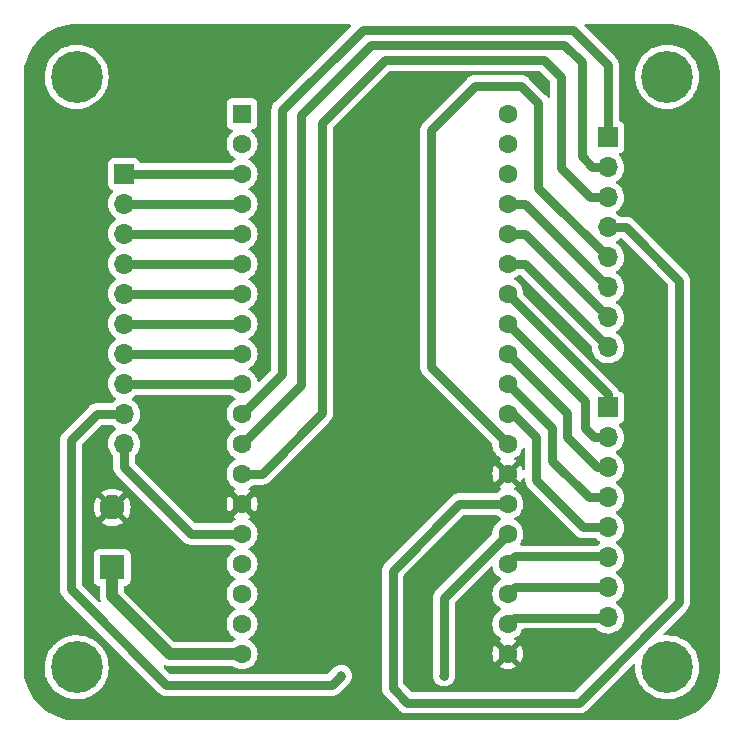
<source format=gbl>
%TF.GenerationSoftware,KiCad,Pcbnew,(6.0.0)*%
%TF.CreationDate,2022-02-28T16:44:46-03:00*%
%TF.ProjectId,Placa Digital,506c6163-6120-4446-9967-6974616c2e6b,V01*%
%TF.SameCoordinates,Original*%
%TF.FileFunction,Copper,L2,Bot*%
%TF.FilePolarity,Positive*%
%FSLAX46Y46*%
G04 Gerber Fmt 4.6, Leading zero omitted, Abs format (unit mm)*
G04 Created by KiCad (PCBNEW (6.0.0)) date 2022-02-28 16:44:46*
%MOMM*%
%LPD*%
G01*
G04 APERTURE LIST*
%TA.AperFunction,ComponentPad*%
%ADD10R,1.600000X1.600000*%
%TD*%
%TA.AperFunction,ComponentPad*%
%ADD11C,1.600000*%
%TD*%
%TA.AperFunction,ComponentPad*%
%ADD12O,1.700000X1.700000*%
%TD*%
%TA.AperFunction,ComponentPad*%
%ADD13R,1.700000X1.700000*%
%TD*%
%TA.AperFunction,ComponentPad*%
%ADD14C,0.700000*%
%TD*%
%TA.AperFunction,ComponentPad*%
%ADD15C,4.400000*%
%TD*%
%TA.AperFunction,ComponentPad*%
%ADD16R,2.100000X2.100000*%
%TD*%
%TA.AperFunction,ComponentPad*%
%ADD17C,2.100000*%
%TD*%
%TA.AperFunction,ViaPad*%
%ADD18C,0.800000*%
%TD*%
%TA.AperFunction,Conductor*%
%ADD19C,0.800000*%
%TD*%
%TA.AperFunction,Conductor*%
%ADD20C,1.000000*%
%TD*%
G04 APERTURE END LIST*
D10*
%TO.P,U1,1,3V3*%
%TO.N,unconnected-(U1-Pad1)*%
X132000000Y-62140000D03*
D11*
%TO.P,U1,2,EN*%
%TO.N,unconnected-(U1-Pad2)*%
X132000000Y-64680000D03*
%TO.P,U1,3,SENSOR_VP*%
%TO.N,/toMicroC_ADC_DB0*%
X132000000Y-67220000D03*
%TO.P,U1,4,SENSOR_VN*%
%TO.N,/toMicroC_ADC_DB1*%
X132000000Y-69760000D03*
%TO.P,U1,5,IO34*%
%TO.N,/toMicroC_ADC_DB2*%
X132000000Y-72300000D03*
%TO.P,U1,6,IO35*%
%TO.N,/toMicroC_ADC_DB3*%
X132000000Y-74840000D03*
%TO.P,U1,7,IO32*%
%TO.N,/toMicroC_ADC_DB4*%
X132000000Y-77380000D03*
%TO.P,U1,8,IO33*%
%TO.N,/toMicroC_ADC_DB5*%
X132000000Y-79920000D03*
%TO.P,U1,9,IO25*%
%TO.N,/toMicroC_ADC_DB6*%
X132000000Y-82460000D03*
%TO.P,U1,10,IO26*%
%TO.N,/toMicroC_ADC_DB7*%
X132000000Y-85000000D03*
%TO.P,U1,11,IO27*%
%TO.N,/fromMicroC_ADC_RD*%
X132000000Y-87540000D03*
%TO.P,U1,12,IO14*%
%TO.N,/fromMicroC_ADC_RST*%
X132000000Y-90080000D03*
%TO.P,U1,13,IO12*%
%TO.N,/fromMicroC_ADC_CONV*%
X132000000Y-92620000D03*
%TO.P,U1,14,GND1*%
%TO.N,GND*%
X132000000Y-95160000D03*
%TO.P,U1,15,IO13*%
%TO.N,/toMicroC_ADC_BUSY*%
X132000000Y-97700000D03*
%TO.P,U1,16,SD2*%
%TO.N,unconnected-(U1-Pad16)*%
X132000000Y-100240000D03*
%TO.P,U1,17,SD3*%
%TO.N,unconnected-(U1-Pad17)*%
X132000000Y-102780000D03*
%TO.P,U1,18,CMD*%
%TO.N,unconnected-(U1-Pad18)*%
X132000000Y-105320000D03*
%TO.P,U1,19,EXT_5V*%
%TO.N,+5V*%
X132000000Y-107860000D03*
%TO.P,U1,20,GND3*%
%TO.N,GND*%
X154500000Y-107860000D03*
%TO.P,U1,21,IO23*%
%TO.N,/toMicroC_Button1*%
X154500000Y-105320000D03*
%TO.P,U1,22,IO22*%
%TO.N,/toMicroC_Button2*%
X154500000Y-102780000D03*
%TO.P,U1,23,TXD0*%
%TO.N,/toMicroC_Button3*%
X154500000Y-100240000D03*
%TO.P,U1,24,RXD0*%
%TO.N,/toMicroC_OverVoltageSignal*%
X154500000Y-97700000D03*
%TO.P,U1,25,IO21*%
%TO.N,/fromMicroC_DACI2C_SCL*%
X154500000Y-95160000D03*
%TO.P,U1,26,GND2*%
%TO.N,GND*%
X154500000Y-92620000D03*
%TO.P,U1,27,IO19*%
%TO.N,/fromMicroC_DACI2C_SDA*%
X154500000Y-90080000D03*
%TO.P,U1,28,IO18*%
%TO.N,/toMicroC_EncoderSignalA*%
X154500000Y-87540000D03*
%TO.P,U1,29,IO5*%
%TO.N,/toMicroC_EncoderSignalB*%
X154500000Y-85000000D03*
%TO.P,U1,30,IO17*%
%TO.N,/toMicroC_EncoderButton*%
X154500000Y-82460000D03*
%TO.P,U1,31,IO16*%
%TO.N,/fromMicroC_DisplaySCLK*%
X154500000Y-79920000D03*
%TO.P,U1,32,IO4*%
%TO.N,/fromMicroC_DisplaySID*%
X154500000Y-77380000D03*
%TO.P,U1,33,IO0*%
%TO.N,/fromMicroC_A6841CLK1*%
X154500000Y-74840000D03*
%TO.P,U1,34,IO2*%
%TO.N,/fromMicroC_A6841SerialDataIN*%
X154500000Y-72300000D03*
%TO.P,U1,35,IO15*%
%TO.N,/fromMicroC_A6841ST1*%
X154500000Y-69760000D03*
%TO.P,U1,36,SD1*%
%TO.N,unconnected-(U1-Pad36)*%
X154500000Y-67220000D03*
%TO.P,U1,37,SD0*%
%TO.N,unconnected-(U1-Pad37)*%
X154500000Y-64680000D03*
%TO.P,U1,38,CLK*%
%TO.N,unconnected-(U1-Pad38)*%
X154500000Y-62140000D03*
%TD*%
D12*
%TO.P,J4,1,Pin_1*%
%TO.N,/toMicroC_OverVoltageSignal*%
X122000000Y-87545000D03*
%TO.P,J4,2,Pin_2*%
%TO.N,/toMicroC_ADC_BUSY*%
X122000000Y-90085000D03*
D13*
%TO.P,J4,3,Pin_3*%
%TO.N,/toMicroC_ADC_DB0*%
X122000000Y-67225000D03*
D12*
%TO.P,J4,4,Pin_4*%
%TO.N,/toMicroC_ADC_DB1*%
X122000000Y-69765000D03*
%TO.P,J4,5,Pin_5*%
%TO.N,/toMicroC_ADC_DB2*%
X122000000Y-72305000D03*
%TO.P,J4,6,Pin_6*%
%TO.N,/toMicroC_ADC_DB3*%
X122000000Y-74845000D03*
%TO.P,J4,7,Pin_7*%
%TO.N,/toMicroC_ADC_DB4*%
X122000000Y-77385000D03*
%TO.P,J4,8,Pin_8*%
%TO.N,/toMicroC_ADC_DB5*%
X122000000Y-79925000D03*
%TO.P,J4,9,Pin_9*%
%TO.N,/toMicroC_ADC_DB6*%
X122000000Y-82465000D03*
%TO.P,J4,10,Pin_10*%
%TO.N,/toMicroC_ADC_DB7*%
X122000000Y-85005000D03*
%TD*%
D14*
%TO.P,H1,1*%
%TO.N,N/C*%
X116833274Y-60166726D03*
X116833274Y-57833274D03*
X119166726Y-57833274D03*
D15*
X118000000Y-59000000D03*
D14*
X118000000Y-57350000D03*
X116350000Y-59000000D03*
X118000000Y-60650000D03*
X119650000Y-59000000D03*
X119166726Y-60166726D03*
%TD*%
%TO.P,H3,1*%
%TO.N,N/C*%
X166833274Y-110166726D03*
X166350000Y-109000000D03*
X169650000Y-109000000D03*
X166833274Y-107833274D03*
X169166726Y-107833274D03*
D15*
X168000000Y-109000000D03*
D14*
X168000000Y-107350000D03*
X168000000Y-110650000D03*
X169166726Y-110166726D03*
%TD*%
D16*
%TO.P,U2,1*%
%TO.N,+5V*%
X121000000Y-100540000D03*
D17*
%TO.P,U2,2*%
%TO.N,GND*%
X121000000Y-95460000D03*
%TD*%
D14*
%TO.P,H2,1*%
%TO.N,N/C*%
X168000000Y-57350000D03*
X166350000Y-59000000D03*
X166833274Y-60166726D03*
D15*
X168000000Y-59000000D03*
D14*
X169166726Y-57833274D03*
X169650000Y-59000000D03*
X166833274Y-57833274D03*
X168000000Y-60650000D03*
X169166726Y-60166726D03*
%TD*%
D12*
%TO.P,J2,1,Pin_1*%
%TO.N,/toMicroC_EncoderButton*%
X163000000Y-92080000D03*
%TO.P,J2,2,Pin_2*%
%TO.N,/toMicroC_EncoderSignalB*%
X163000000Y-94620000D03*
%TO.P,J2,3,Pin_3*%
%TO.N,/toMicroC_EncoderSignalA*%
X163000000Y-97160000D03*
%TO.P,J2,4,Pin_4*%
%TO.N,/toMicroC_Button3*%
X163000000Y-99700000D03*
%TO.P,J2,5,Pin_5*%
%TO.N,/toMicroC_Button2*%
X163000000Y-102240000D03*
%TO.P,J2,6,Pin_6*%
%TO.N,/toMicroC_Button1*%
X163000000Y-104780000D03*
D13*
%TO.P,J2,7,Pin_7*%
%TO.N,/fromMicroC_DisplaySID*%
X163000000Y-87000000D03*
D12*
%TO.P,J2,8,Pin_8*%
%TO.N,/fromMicroC_DisplaySCLK*%
X163000000Y-89540000D03*
%TD*%
D14*
%TO.P,H4,1*%
%TO.N,N/C*%
X119650000Y-109000000D03*
X119166726Y-110166726D03*
X116350000Y-109000000D03*
X118000000Y-107350000D03*
X116833274Y-107833274D03*
X118000000Y-110650000D03*
X116833274Y-110166726D03*
X119166726Y-107833274D03*
D15*
X118000000Y-109000000D03*
%TD*%
D12*
%TO.P,J1,1,Pin_1*%
%TO.N,/fromMicroC_A6841ST1*%
X163000000Y-76825000D03*
%TO.P,J1,2,Pin_2*%
%TO.N,/fromMicroC_A6841SerialDataIN*%
X163000000Y-79365000D03*
%TO.P,J1,3,Pin_3*%
%TO.N,/fromMicroC_A6841CLK1*%
X163000000Y-81905000D03*
%TO.P,J1,4,Pin_4*%
%TO.N,/fromMicroC_DACI2C_SDA*%
X163000000Y-74285000D03*
%TO.P,J1,5,Pin_5*%
%TO.N,/fromMicroC_DACI2C_SCL*%
X163000000Y-71745000D03*
D13*
%TO.P,J1,6,Pin_6*%
%TO.N,/fromMicroC_ADC_RD*%
X163000000Y-64125000D03*
D12*
%TO.P,J1,7,Pin_7*%
%TO.N,/fromMicroC_ADC_RST*%
X163000000Y-66665000D03*
%TO.P,J1,8,Pin_8*%
%TO.N,/fromMicroC_ADC_CONV*%
X163000000Y-69205000D03*
%TD*%
D18*
%TO.N,/toMicroC_OverVoltageSignal*%
X140400000Y-109700000D03*
X149100000Y-109700000D03*
%TD*%
D19*
%TO.N,/toMicroC_Button1*%
X162980000Y-104800000D02*
X163000000Y-104780000D01*
X155020000Y-104800000D02*
X162980000Y-104800000D01*
X154500000Y-105320000D02*
X155020000Y-104800000D01*
%TO.N,/toMicroC_Button2*%
X155080000Y-102200000D02*
X162960000Y-102200000D01*
X154500000Y-102780000D02*
X155080000Y-102200000D01*
X162960000Y-102200000D02*
X163000000Y-102240000D01*
%TO.N,/toMicroC_Button3*%
X155140000Y-99600000D02*
X162900000Y-99600000D01*
X162900000Y-99600000D02*
X163000000Y-99700000D01*
X154500000Y-100240000D02*
X155140000Y-99600000D01*
%TO.N,/toMicroC_EncoderSignalA*%
X154500000Y-87540000D02*
X154940000Y-87540000D01*
X154940000Y-87540000D02*
X156900000Y-89500000D01*
X160910000Y-97160000D02*
X163000000Y-97160000D01*
X156900000Y-89500000D02*
X156900000Y-93150000D01*
X156900000Y-93150000D02*
X160910000Y-97160000D01*
%TO.N,/toMicroC_EncoderSignalB*%
X158250000Y-88750000D02*
X158250000Y-91500000D01*
X154500000Y-85000000D02*
X158250000Y-88750000D01*
X158250000Y-91500000D02*
X161370000Y-94620000D01*
X161370000Y-94620000D02*
X163000000Y-94620000D01*
%TO.N,/toMicroC_EncoderButton*%
X159500000Y-89500000D02*
X159500000Y-87460000D01*
X162080000Y-92080000D02*
X159500000Y-89500000D01*
X159500000Y-87460000D02*
X154500000Y-82460000D01*
X163000000Y-92080000D02*
X162080000Y-92080000D01*
%TO.N,/fromMicroC_DisplaySCLK*%
X161000000Y-86420000D02*
X154500000Y-79920000D01*
X161797919Y-89540000D02*
X161000000Y-88742081D01*
X161000000Y-88742081D02*
X161000000Y-86420000D01*
X163000000Y-89540000D02*
X161797919Y-89540000D01*
%TO.N,/fromMicroC_DisplaySID*%
X154500000Y-77380000D02*
X163000000Y-85880000D01*
X163000000Y-85880000D02*
X163000000Y-87000000D01*
%TO.N,/fromMicroC_A6841ST1*%
X155935000Y-69760000D02*
X163000000Y-76825000D01*
X154500000Y-69760000D02*
X155935000Y-69760000D01*
%TO.N,/fromMicroC_A6841SerialDataIN*%
X154500000Y-72300000D02*
X155935000Y-72300000D01*
X155935000Y-72300000D02*
X163000000Y-79365000D01*
%TO.N,/fromMicroC_A6841CLK1*%
X154500000Y-74840000D02*
X155935000Y-74840000D01*
X155935000Y-74840000D02*
X163000000Y-81905000D01*
%TO.N,/fromMicroC_DACI2C_SDA*%
X155600000Y-59750000D02*
X157100000Y-61250000D01*
X148000000Y-83580000D02*
X148000000Y-63500000D01*
X154500000Y-90080000D02*
X148000000Y-83580000D01*
X151750000Y-59750000D02*
X155600000Y-59750000D01*
X157100000Y-61250000D02*
X157100000Y-68385000D01*
X157100000Y-68385000D02*
X163000000Y-74285000D01*
X148000000Y-63500000D02*
X151750000Y-59750000D01*
%TO.N,/fromMicroC_DACI2C_SCL*%
X160500000Y-112000000D02*
X169000000Y-103500000D01*
X154500000Y-95160000D02*
X150410000Y-95160000D01*
X164495000Y-71745000D02*
X169000000Y-76250000D01*
X146000000Y-112000000D02*
X160500000Y-112000000D01*
X144750000Y-110750000D02*
X146000000Y-112000000D01*
X163000000Y-71745000D02*
X164495000Y-71745000D01*
X150410000Y-95160000D02*
X144750000Y-100820000D01*
X169000000Y-103500000D02*
X169000000Y-76250000D01*
X144750000Y-100820000D02*
X144750000Y-110750000D01*
%TO.N,/toMicroC_OverVoltageSignal*%
X139600000Y-110500000D02*
X140400000Y-109700000D01*
X151100000Y-101100000D02*
X154500000Y-97700000D01*
X117500000Y-102400000D02*
X125600000Y-110500000D01*
X122000000Y-87545000D02*
X119705000Y-87545000D01*
X154500000Y-97700000D02*
X149100000Y-103100000D01*
X149100000Y-103100000D02*
X149100000Y-109700000D01*
X119705000Y-87545000D02*
X117500000Y-89750000D01*
X117500000Y-89750000D02*
X117500000Y-102400000D01*
X125600000Y-110500000D02*
X139600000Y-110500000D01*
%TO.N,/toMicroC_ADC_BUSY*%
X127700000Y-97700000D02*
X132000000Y-97700000D01*
X122000000Y-92000000D02*
X127700000Y-97700000D01*
X122000000Y-90085000D02*
X122000000Y-92000000D01*
%TO.N,/fromMicroC_ADC_CONV*%
X144100000Y-57600000D02*
X157600000Y-57600000D01*
X132000000Y-92620000D02*
X133680000Y-92620000D01*
X159000000Y-59000000D02*
X159000000Y-66750000D01*
X159000000Y-66750000D02*
X161455000Y-69205000D01*
X161455000Y-69205000D02*
X163000000Y-69205000D01*
X138800000Y-87500000D02*
X138800000Y-62900000D01*
X157600000Y-57600000D02*
X159000000Y-59000000D01*
X133680000Y-92620000D02*
X138800000Y-87500000D01*
X138800000Y-62900000D02*
X144100000Y-57600000D01*
%TO.N,/fromMicroC_ADC_RST*%
X137000000Y-85080000D02*
X137000000Y-62200000D01*
X132000000Y-90080000D02*
X137000000Y-85080000D01*
X160750000Y-65750000D02*
X161665000Y-66665000D01*
X137000000Y-62200000D02*
X142900000Y-56300000D01*
X142900000Y-56300000D02*
X159300000Y-56300000D01*
X161665000Y-66665000D02*
X163000000Y-66665000D01*
X160750000Y-57750000D02*
X160750000Y-65750000D01*
X159300000Y-56300000D02*
X160750000Y-57750000D01*
%TO.N,/fromMicroC_ADC_RD*%
X160000000Y-55000000D02*
X163000000Y-58000000D01*
X135400000Y-61800000D02*
X142200000Y-55000000D01*
X142200000Y-55000000D02*
X160000000Y-55000000D01*
X163000000Y-58000000D02*
X163000000Y-64125000D01*
X135400000Y-84140000D02*
X135400000Y-61800000D01*
X132000000Y-87540000D02*
X135400000Y-84140000D01*
%TO.N,/toMicroC_ADC_DB7*%
X122000000Y-85005000D02*
X131995000Y-85005000D01*
X131995000Y-85005000D02*
X132000000Y-85000000D01*
%TO.N,/toMicroC_ADC_DB6*%
X131995000Y-82465000D02*
X132000000Y-82460000D01*
X122000000Y-82465000D02*
X131995000Y-82465000D01*
%TO.N,/toMicroC_ADC_DB5*%
X131995000Y-79925000D02*
X132000000Y-79920000D01*
X122000000Y-79925000D02*
X131995000Y-79925000D01*
%TO.N,/toMicroC_ADC_DB4*%
X131995000Y-77385000D02*
X132000000Y-77380000D01*
X122000000Y-77385000D02*
X131995000Y-77385000D01*
%TO.N,/toMicroC_ADC_DB3*%
X131995000Y-74845000D02*
X132000000Y-74840000D01*
X122000000Y-74845000D02*
X131995000Y-74845000D01*
%TO.N,/toMicroC_ADC_DB2*%
X122000000Y-72305000D02*
X131995000Y-72305000D01*
X131995000Y-72305000D02*
X132000000Y-72300000D01*
%TO.N,/toMicroC_ADC_DB1*%
X131995000Y-69765000D02*
X132000000Y-69760000D01*
X122000000Y-69765000D02*
X131995000Y-69765000D01*
%TO.N,/toMicroC_ADC_DB0*%
X122000000Y-67225000D02*
X131995000Y-67225000D01*
X131995000Y-67225000D02*
X132000000Y-67220000D01*
D20*
%TO.N,+5V*%
X121000000Y-103000000D02*
X125860000Y-107860000D01*
X121000000Y-100540000D02*
X121000000Y-103000000D01*
X125860000Y-107860000D02*
X132000000Y-107860000D01*
%TD*%
%TA.AperFunction,Conductor*%
%TO.N,GND*%
G36*
X141171118Y-54528002D02*
G01*
X141217611Y-54581658D01*
X141227715Y-54651932D01*
X141198221Y-54716512D01*
X141192092Y-54723095D01*
X134815168Y-61100019D01*
X134800135Y-61112860D01*
X134788747Y-61121134D01*
X134784327Y-61126043D01*
X134742984Y-61171959D01*
X134738443Y-61176744D01*
X134723928Y-61191259D01*
X134721852Y-61193823D01*
X134711006Y-61207216D01*
X134706722Y-61212231D01*
X134665381Y-61258145D01*
X134665377Y-61258150D01*
X134660960Y-61263056D01*
X134657660Y-61268772D01*
X134657657Y-61268776D01*
X134653927Y-61275237D01*
X134642727Y-61291534D01*
X134638296Y-61297006D01*
X134633871Y-61302470D01*
X134624176Y-61321498D01*
X134602815Y-61363421D01*
X134599669Y-61369215D01*
X134565473Y-61428444D01*
X134563432Y-61434726D01*
X134563431Y-61434728D01*
X134561125Y-61441826D01*
X134553560Y-61460092D01*
X134547171Y-61472630D01*
X134545463Y-61479003D01*
X134545463Y-61479004D01*
X134529469Y-61538695D01*
X134527600Y-61545003D01*
X134506458Y-61610072D01*
X134505768Y-61616637D01*
X134505766Y-61616646D01*
X134504985Y-61624075D01*
X134501383Y-61643509D01*
X134500826Y-61645590D01*
X134497743Y-61657097D01*
X134497398Y-61663688D01*
X134497397Y-61663692D01*
X134494164Y-61725384D01*
X134493647Y-61731958D01*
X134491844Y-61749116D01*
X134491500Y-61752390D01*
X134491500Y-61772926D01*
X134491327Y-61779520D01*
X134487748Y-61847810D01*
X134488780Y-61854325D01*
X134489949Y-61861705D01*
X134491500Y-61881417D01*
X134491500Y-83711497D01*
X134471498Y-83779618D01*
X134454595Y-83800592D01*
X133487956Y-84767231D01*
X133425644Y-84801257D01*
X133354829Y-84796192D01*
X133297993Y-84753645D01*
X133277154Y-84710748D01*
X133235706Y-84556064D01*
X133234284Y-84550757D01*
X133228940Y-84539297D01*
X133139849Y-84348238D01*
X133139846Y-84348233D01*
X133137523Y-84343251D01*
X133039497Y-84203256D01*
X133009357Y-84160211D01*
X133009355Y-84160208D01*
X133006198Y-84155700D01*
X132844300Y-83993802D01*
X132839792Y-83990645D01*
X132839789Y-83990643D01*
X132761611Y-83935902D01*
X132656749Y-83862477D01*
X132651767Y-83860154D01*
X132651762Y-83860151D01*
X132617543Y-83844195D01*
X132564258Y-83797278D01*
X132544797Y-83729001D01*
X132565339Y-83661041D01*
X132617543Y-83615805D01*
X132651762Y-83599849D01*
X132651767Y-83599846D01*
X132656749Y-83597523D01*
X132769898Y-83518295D01*
X132839789Y-83469357D01*
X132839792Y-83469355D01*
X132844300Y-83466198D01*
X133006198Y-83304300D01*
X133027422Y-83273990D01*
X133113192Y-83151497D01*
X133137523Y-83116749D01*
X133139846Y-83111767D01*
X133139849Y-83111762D01*
X133231961Y-82914225D01*
X133231961Y-82914224D01*
X133234284Y-82909243D01*
X133241520Y-82882240D01*
X133292119Y-82693402D01*
X133292119Y-82693400D01*
X133293543Y-82688087D01*
X133313498Y-82460000D01*
X133293543Y-82231913D01*
X133281760Y-82187939D01*
X133235707Y-82016067D01*
X133235706Y-82016065D01*
X133234284Y-82010757D01*
X133228940Y-81999297D01*
X133139849Y-81808238D01*
X133139846Y-81808233D01*
X133137523Y-81803251D01*
X133006198Y-81615700D01*
X132844300Y-81453802D01*
X132839792Y-81450645D01*
X132839789Y-81450643D01*
X132761611Y-81395902D01*
X132656749Y-81322477D01*
X132651767Y-81320154D01*
X132651762Y-81320151D01*
X132617543Y-81304195D01*
X132564258Y-81257278D01*
X132544797Y-81189001D01*
X132565339Y-81121041D01*
X132617543Y-81075805D01*
X132651762Y-81059849D01*
X132651767Y-81059846D01*
X132656749Y-81057523D01*
X132761611Y-80984098D01*
X132839789Y-80929357D01*
X132839792Y-80929355D01*
X132844300Y-80926198D01*
X133006198Y-80764300D01*
X133027422Y-80733990D01*
X133134366Y-80581257D01*
X133137523Y-80576749D01*
X133139846Y-80571767D01*
X133139849Y-80571762D01*
X133231961Y-80374225D01*
X133231961Y-80374224D01*
X133234284Y-80369243D01*
X133245444Y-80327596D01*
X133292119Y-80153402D01*
X133292119Y-80153400D01*
X133293543Y-80148087D01*
X133313498Y-79920000D01*
X133293543Y-79691913D01*
X133234284Y-79470757D01*
X133228940Y-79459297D01*
X133139849Y-79268238D01*
X133139846Y-79268233D01*
X133137523Y-79263251D01*
X133006198Y-79075700D01*
X132844300Y-78913802D01*
X132839792Y-78910645D01*
X132839789Y-78910643D01*
X132761611Y-78855902D01*
X132656749Y-78782477D01*
X132651767Y-78780154D01*
X132651762Y-78780151D01*
X132617543Y-78764195D01*
X132564258Y-78717278D01*
X132544797Y-78649001D01*
X132565339Y-78581041D01*
X132617543Y-78535805D01*
X132651762Y-78519849D01*
X132651767Y-78519846D01*
X132656749Y-78517523D01*
X132761611Y-78444098D01*
X132839789Y-78389357D01*
X132839792Y-78389355D01*
X132844300Y-78386198D01*
X133006198Y-78224300D01*
X133027422Y-78193990D01*
X133134366Y-78041257D01*
X133137523Y-78036749D01*
X133139846Y-78031767D01*
X133139849Y-78031762D01*
X133231961Y-77834225D01*
X133231961Y-77834224D01*
X133234284Y-77829243D01*
X133245444Y-77787596D01*
X133292119Y-77613402D01*
X133292119Y-77613400D01*
X133293543Y-77608087D01*
X133313498Y-77380000D01*
X133293543Y-77151913D01*
X133234284Y-76930757D01*
X133228940Y-76919297D01*
X133139849Y-76728238D01*
X133139846Y-76728233D01*
X133137523Y-76723251D01*
X133006198Y-76535700D01*
X132844300Y-76373802D01*
X132839792Y-76370645D01*
X132839789Y-76370643D01*
X132726358Y-76291218D01*
X132656749Y-76242477D01*
X132651767Y-76240154D01*
X132651762Y-76240151D01*
X132617543Y-76224195D01*
X132564258Y-76177278D01*
X132544797Y-76109001D01*
X132565339Y-76041041D01*
X132617543Y-75995805D01*
X132651762Y-75979849D01*
X132651767Y-75979846D01*
X132656749Y-75977523D01*
X132779137Y-75891826D01*
X132839789Y-75849357D01*
X132839792Y-75849355D01*
X132844300Y-75846198D01*
X133006198Y-75684300D01*
X133025163Y-75657216D01*
X133078083Y-75581638D01*
X133137523Y-75496749D01*
X133139846Y-75491767D01*
X133139849Y-75491762D01*
X133231961Y-75294225D01*
X133231961Y-75294224D01*
X133234284Y-75289243D01*
X133245444Y-75247596D01*
X133292119Y-75073402D01*
X133292119Y-75073400D01*
X133293543Y-75068087D01*
X133313498Y-74840000D01*
X133293543Y-74611913D01*
X133234284Y-74390757D01*
X133228940Y-74379297D01*
X133139849Y-74188238D01*
X133139846Y-74188233D01*
X133137523Y-74183251D01*
X133006198Y-73995700D01*
X132844300Y-73833802D01*
X132839792Y-73830645D01*
X132839789Y-73830643D01*
X132676640Y-73716405D01*
X132656749Y-73702477D01*
X132651767Y-73700154D01*
X132651762Y-73700151D01*
X132617543Y-73684195D01*
X132564258Y-73637278D01*
X132544797Y-73569001D01*
X132565339Y-73501041D01*
X132617543Y-73455805D01*
X132651762Y-73439849D01*
X132651767Y-73439846D01*
X132656749Y-73437523D01*
X132761611Y-73364098D01*
X132839789Y-73309357D01*
X132839792Y-73309355D01*
X132844300Y-73306198D01*
X133006198Y-73144300D01*
X133027422Y-73113990D01*
X133134366Y-72961257D01*
X133137523Y-72956749D01*
X133139846Y-72951767D01*
X133139849Y-72951762D01*
X133231961Y-72754225D01*
X133231961Y-72754224D01*
X133234284Y-72749243D01*
X133245444Y-72707596D01*
X133292119Y-72533402D01*
X133292119Y-72533400D01*
X133293543Y-72528087D01*
X133313498Y-72300000D01*
X133293543Y-72071913D01*
X133234284Y-71850757D01*
X133228940Y-71839297D01*
X133139849Y-71648238D01*
X133139846Y-71648233D01*
X133137523Y-71643251D01*
X133038142Y-71501321D01*
X133009357Y-71460211D01*
X133009355Y-71460208D01*
X133006198Y-71455700D01*
X132844300Y-71293802D01*
X132839792Y-71290645D01*
X132839789Y-71290643D01*
X132676640Y-71176405D01*
X132656749Y-71162477D01*
X132651767Y-71160154D01*
X132651762Y-71160151D01*
X132617543Y-71144195D01*
X132564258Y-71097278D01*
X132544797Y-71029001D01*
X132565339Y-70961041D01*
X132617543Y-70915805D01*
X132651762Y-70899849D01*
X132651767Y-70899846D01*
X132656749Y-70897523D01*
X132772464Y-70816498D01*
X132839789Y-70769357D01*
X132839792Y-70769355D01*
X132844300Y-70766198D01*
X133006198Y-70604300D01*
X133027422Y-70573990D01*
X133134366Y-70421257D01*
X133137523Y-70416749D01*
X133139846Y-70411767D01*
X133139849Y-70411762D01*
X133231961Y-70214225D01*
X133231961Y-70214224D01*
X133234284Y-70209243D01*
X133241520Y-70182240D01*
X133292119Y-69993402D01*
X133292119Y-69993400D01*
X133293543Y-69988087D01*
X133313498Y-69760000D01*
X133293543Y-69531913D01*
X133234284Y-69310757D01*
X133228940Y-69299297D01*
X133139849Y-69108238D01*
X133139846Y-69108233D01*
X133137523Y-69103251D01*
X133006198Y-68915700D01*
X132844300Y-68753802D01*
X132839792Y-68750645D01*
X132839789Y-68750643D01*
X132737098Y-68678738D01*
X132656749Y-68622477D01*
X132651767Y-68620154D01*
X132651762Y-68620151D01*
X132617543Y-68604195D01*
X132564258Y-68557278D01*
X132544797Y-68489001D01*
X132565339Y-68421041D01*
X132617543Y-68375805D01*
X132651762Y-68359849D01*
X132651767Y-68359846D01*
X132656749Y-68357523D01*
X132772464Y-68276498D01*
X132839789Y-68229357D01*
X132839792Y-68229355D01*
X132844300Y-68226198D01*
X133006198Y-68064300D01*
X133053768Y-67996364D01*
X133134366Y-67881257D01*
X133137523Y-67876749D01*
X133139846Y-67871767D01*
X133139849Y-67871762D01*
X133231961Y-67674225D01*
X133231961Y-67674224D01*
X133234284Y-67669243D01*
X133241520Y-67642240D01*
X133292119Y-67453402D01*
X133292119Y-67453400D01*
X133293543Y-67448087D01*
X133313498Y-67220000D01*
X133293543Y-66991913D01*
X133234284Y-66770757D01*
X133231961Y-66765775D01*
X133139849Y-66568238D01*
X133139846Y-66568233D01*
X133137523Y-66563251D01*
X133006198Y-66375700D01*
X132844300Y-66213802D01*
X132839792Y-66210645D01*
X132839789Y-66210643D01*
X132761611Y-66155902D01*
X132656749Y-66082477D01*
X132651767Y-66080154D01*
X132651762Y-66080151D01*
X132617543Y-66064195D01*
X132564258Y-66017278D01*
X132544797Y-65949001D01*
X132565339Y-65881041D01*
X132617543Y-65835805D01*
X132651762Y-65819849D01*
X132651767Y-65819846D01*
X132656749Y-65817523D01*
X132782087Y-65729760D01*
X132839789Y-65689357D01*
X132839792Y-65689355D01*
X132844300Y-65686198D01*
X133006198Y-65524300D01*
X133039497Y-65476745D01*
X133075298Y-65425615D01*
X133137523Y-65336749D01*
X133139846Y-65331767D01*
X133139849Y-65331762D01*
X133231961Y-65134225D01*
X133231961Y-65134224D01*
X133234284Y-65129243D01*
X133293543Y-64908087D01*
X133313498Y-64680000D01*
X133293543Y-64451913D01*
X133234284Y-64230757D01*
X133231961Y-64225775D01*
X133139849Y-64028238D01*
X133139846Y-64028233D01*
X133137523Y-64023251D01*
X133006198Y-63835700D01*
X132844300Y-63673802D01*
X132839789Y-63670643D01*
X132835576Y-63667108D01*
X132836527Y-63665974D01*
X132796529Y-63615929D01*
X132789224Y-63545310D01*
X132821258Y-63481951D01*
X132882462Y-63445970D01*
X132899517Y-63442918D01*
X132910316Y-63441745D01*
X133046705Y-63390615D01*
X133163261Y-63303261D01*
X133250615Y-63186705D01*
X133301745Y-63050316D01*
X133308500Y-62988134D01*
X133308500Y-61291866D01*
X133301745Y-61229684D01*
X133250615Y-61093295D01*
X133163261Y-60976739D01*
X133046705Y-60889385D01*
X132910316Y-60838255D01*
X132848134Y-60831500D01*
X131151866Y-60831500D01*
X131089684Y-60838255D01*
X130953295Y-60889385D01*
X130836739Y-60976739D01*
X130749385Y-61093295D01*
X130698255Y-61229684D01*
X130691500Y-61291866D01*
X130691500Y-62988134D01*
X130698255Y-63050316D01*
X130749385Y-63186705D01*
X130836739Y-63303261D01*
X130953295Y-63390615D01*
X131089684Y-63441745D01*
X131100474Y-63442917D01*
X131102606Y-63443803D01*
X131105222Y-63444425D01*
X131105121Y-63444848D01*
X131166035Y-63470155D01*
X131206463Y-63528517D01*
X131208922Y-63599471D01*
X131172629Y-63660490D01*
X131163969Y-63667489D01*
X131160207Y-63670646D01*
X131155700Y-63673802D01*
X130993802Y-63835700D01*
X130862477Y-64023251D01*
X130860154Y-64028233D01*
X130860151Y-64028238D01*
X130768039Y-64225775D01*
X130765716Y-64230757D01*
X130706457Y-64451913D01*
X130686502Y-64680000D01*
X130706457Y-64908087D01*
X130765716Y-65129243D01*
X130768039Y-65134224D01*
X130768039Y-65134225D01*
X130860151Y-65331762D01*
X130860154Y-65331767D01*
X130862477Y-65336749D01*
X130924702Y-65425615D01*
X130960504Y-65476745D01*
X130993802Y-65524300D01*
X131155700Y-65686198D01*
X131160208Y-65689355D01*
X131160211Y-65689357D01*
X131217913Y-65729760D01*
X131343251Y-65817523D01*
X131348233Y-65819846D01*
X131348238Y-65819849D01*
X131382457Y-65835805D01*
X131435742Y-65882722D01*
X131455203Y-65950999D01*
X131434661Y-66018959D01*
X131382457Y-66064195D01*
X131348238Y-66080151D01*
X131348233Y-66080154D01*
X131343251Y-66082477D01*
X131238389Y-66155902D01*
X131160211Y-66210643D01*
X131160208Y-66210645D01*
X131155700Y-66213802D01*
X131089907Y-66279595D01*
X131027595Y-66313621D01*
X131000812Y-66316500D01*
X123458498Y-66316500D01*
X123390377Y-66296498D01*
X123343884Y-66242842D01*
X123340516Y-66234730D01*
X123303767Y-66136703D01*
X123300615Y-66128295D01*
X123213261Y-66011739D01*
X123096705Y-65924385D01*
X122960316Y-65873255D01*
X122898134Y-65866500D01*
X121101866Y-65866500D01*
X121039684Y-65873255D01*
X120903295Y-65924385D01*
X120786739Y-66011739D01*
X120699385Y-66128295D01*
X120648255Y-66264684D01*
X120641500Y-66326866D01*
X120641500Y-68123134D01*
X120648255Y-68185316D01*
X120699385Y-68321705D01*
X120786739Y-68438261D01*
X120903295Y-68525615D01*
X120911704Y-68528767D01*
X120911705Y-68528768D01*
X121020451Y-68569535D01*
X121077216Y-68612176D01*
X121101916Y-68678738D01*
X121086709Y-68748087D01*
X121067316Y-68774568D01*
X120991418Y-68853991D01*
X120940629Y-68907138D01*
X120937715Y-68911410D01*
X120937714Y-68911411D01*
X120931711Y-68920211D01*
X120814743Y-69091680D01*
X120809372Y-69103251D01*
X120729692Y-69274908D01*
X120720688Y-69294305D01*
X120660989Y-69509570D01*
X120637251Y-69731695D01*
X120637548Y-69736848D01*
X120637548Y-69736851D01*
X120646856Y-69898278D01*
X120650110Y-69954715D01*
X120651247Y-69959761D01*
X120651248Y-69959767D01*
X120661517Y-70005333D01*
X120699222Y-70172639D01*
X120758379Y-70318327D01*
X120780949Y-70373909D01*
X120783266Y-70379616D01*
X120899987Y-70570088D01*
X121046250Y-70738938D01*
X121218126Y-70881632D01*
X121249301Y-70899849D01*
X121291445Y-70924476D01*
X121340169Y-70976114D01*
X121353240Y-71045897D01*
X121326509Y-71111669D01*
X121286055Y-71145027D01*
X121273607Y-71151507D01*
X121269474Y-71154610D01*
X121269471Y-71154612D01*
X121157454Y-71238717D01*
X121094965Y-71285635D01*
X121069891Y-71311873D01*
X120991418Y-71393991D01*
X120940629Y-71447138D01*
X120937715Y-71451410D01*
X120937714Y-71451411D01*
X120931711Y-71460211D01*
X120814743Y-71631680D01*
X120720688Y-71834305D01*
X120660989Y-72049570D01*
X120637251Y-72271695D01*
X120637548Y-72276848D01*
X120637548Y-72276851D01*
X120649812Y-72489547D01*
X120650110Y-72494715D01*
X120651247Y-72499761D01*
X120651248Y-72499767D01*
X120675304Y-72606508D01*
X120699222Y-72712639D01*
X120760673Y-72863976D01*
X120780949Y-72913909D01*
X120783266Y-72919616D01*
X120899987Y-73110088D01*
X121046250Y-73278938D01*
X121218126Y-73421632D01*
X121249301Y-73439849D01*
X121291445Y-73464476D01*
X121340169Y-73516114D01*
X121353240Y-73585897D01*
X121326509Y-73651669D01*
X121286055Y-73685027D01*
X121273607Y-73691507D01*
X121269474Y-73694610D01*
X121269471Y-73694612D01*
X121157454Y-73778717D01*
X121094965Y-73825635D01*
X121070993Y-73850720D01*
X120991418Y-73933991D01*
X120940629Y-73987138D01*
X120937715Y-73991410D01*
X120937714Y-73991411D01*
X120931711Y-74000211D01*
X120814743Y-74171680D01*
X120809372Y-74183251D01*
X120729692Y-74354908D01*
X120720688Y-74374305D01*
X120660989Y-74589570D01*
X120637251Y-74811695D01*
X120637548Y-74816848D01*
X120637548Y-74816851D01*
X120647096Y-74982438D01*
X120650110Y-75034715D01*
X120651247Y-75039761D01*
X120651248Y-75039767D01*
X120675304Y-75146508D01*
X120699222Y-75252639D01*
X120760673Y-75403976D01*
X120780949Y-75453909D01*
X120783266Y-75459616D01*
X120802965Y-75491762D01*
X120894577Y-75641259D01*
X120899987Y-75650088D01*
X121046250Y-75818938D01*
X121218126Y-75961632D01*
X121249301Y-75979849D01*
X121291445Y-76004476D01*
X121340169Y-76056114D01*
X121353240Y-76125897D01*
X121326509Y-76191669D01*
X121286055Y-76225027D01*
X121273607Y-76231507D01*
X121269474Y-76234610D01*
X121269471Y-76234612D01*
X121140539Y-76331417D01*
X121094965Y-76365635D01*
X120940629Y-76527138D01*
X120814743Y-76711680D01*
X120809372Y-76723251D01*
X120729692Y-76894908D01*
X120720688Y-76914305D01*
X120660989Y-77129570D01*
X120637251Y-77351695D01*
X120637548Y-77356848D01*
X120637548Y-77356851D01*
X120640404Y-77406377D01*
X120650110Y-77574715D01*
X120651247Y-77579761D01*
X120651248Y-77579767D01*
X120675304Y-77686508D01*
X120699222Y-77792639D01*
X120760673Y-77943976D01*
X120780949Y-77993909D01*
X120783266Y-77999616D01*
X120899987Y-78190088D01*
X121046250Y-78358938D01*
X121218126Y-78501632D01*
X121249301Y-78519849D01*
X121291445Y-78544476D01*
X121340169Y-78596114D01*
X121353240Y-78665897D01*
X121326509Y-78731669D01*
X121286055Y-78765027D01*
X121273607Y-78771507D01*
X121269474Y-78774610D01*
X121269471Y-78774612D01*
X121245247Y-78792800D01*
X121094965Y-78905635D01*
X120940629Y-79067138D01*
X120814743Y-79251680D01*
X120809372Y-79263251D01*
X120729692Y-79434908D01*
X120720688Y-79454305D01*
X120660989Y-79669570D01*
X120637251Y-79891695D01*
X120637548Y-79896848D01*
X120637548Y-79896851D01*
X120647096Y-80062438D01*
X120650110Y-80114715D01*
X120651247Y-80119761D01*
X120651248Y-80119767D01*
X120675304Y-80226508D01*
X120699222Y-80332639D01*
X120760673Y-80483976D01*
X120780949Y-80533909D01*
X120783266Y-80539616D01*
X120899987Y-80730088D01*
X121046250Y-80898938D01*
X121218126Y-81041632D01*
X121249301Y-81059849D01*
X121291445Y-81084476D01*
X121340169Y-81136114D01*
X121353240Y-81205897D01*
X121326509Y-81271669D01*
X121286055Y-81305027D01*
X121273607Y-81311507D01*
X121269474Y-81314610D01*
X121269471Y-81314612D01*
X121245247Y-81332800D01*
X121094965Y-81445635D01*
X120940629Y-81607138D01*
X120814743Y-81791680D01*
X120777348Y-81872242D01*
X120729692Y-81974908D01*
X120720688Y-81994305D01*
X120660989Y-82209570D01*
X120637251Y-82431695D01*
X120637548Y-82436848D01*
X120637548Y-82436851D01*
X120642044Y-82514829D01*
X120650110Y-82654715D01*
X120651247Y-82659761D01*
X120651248Y-82659767D01*
X120662589Y-82710088D01*
X120699222Y-82872639D01*
X120758379Y-83018327D01*
X120780536Y-83072892D01*
X120783266Y-83079616D01*
X120785965Y-83084020D01*
X120880952Y-83239025D01*
X120899987Y-83270088D01*
X121046250Y-83438938D01*
X121218126Y-83581632D01*
X121249301Y-83599849D01*
X121291445Y-83624476D01*
X121340169Y-83676114D01*
X121353240Y-83745897D01*
X121326509Y-83811669D01*
X121286055Y-83845027D01*
X121273607Y-83851507D01*
X121269474Y-83854610D01*
X121269471Y-83854612D01*
X121099100Y-83982530D01*
X121094965Y-83985635D01*
X121083436Y-83997699D01*
X120981124Y-84104763D01*
X120940629Y-84147138D01*
X120814743Y-84331680D01*
X120720688Y-84534305D01*
X120660989Y-84749570D01*
X120637251Y-84971695D01*
X120637548Y-84976848D01*
X120637548Y-84976851D01*
X120649263Y-85180019D01*
X120650110Y-85194715D01*
X120651247Y-85199761D01*
X120651248Y-85199767D01*
X120670956Y-85287216D01*
X120699222Y-85412639D01*
X120783266Y-85619616D01*
X120799393Y-85645933D01*
X120890079Y-85793919D01*
X120899987Y-85810088D01*
X121046250Y-85978938D01*
X121079085Y-86006198D01*
X121198434Y-86105283D01*
X121218126Y-86121632D01*
X121249301Y-86139849D01*
X121291445Y-86164476D01*
X121340169Y-86216114D01*
X121353240Y-86285897D01*
X121326509Y-86351669D01*
X121286055Y-86385027D01*
X121273607Y-86391507D01*
X121269474Y-86394610D01*
X121269471Y-86394612D01*
X121245247Y-86412800D01*
X121094965Y-86525635D01*
X121069895Y-86551870D01*
X121026241Y-86597551D01*
X120964717Y-86632981D01*
X120935147Y-86636500D01*
X119786417Y-86636500D01*
X119766708Y-86634949D01*
X119752810Y-86632748D01*
X119746223Y-86633093D01*
X119746218Y-86633093D01*
X119684520Y-86636327D01*
X119677926Y-86636500D01*
X119657390Y-86636500D01*
X119654118Y-86636844D01*
X119654116Y-86636844D01*
X119636958Y-86638647D01*
X119630384Y-86639164D01*
X119568696Y-86642397D01*
X119568694Y-86642397D01*
X119562097Y-86642743D01*
X119548504Y-86646385D01*
X119529075Y-86649986D01*
X119515072Y-86651458D01*
X119450025Y-86672593D01*
X119443712Y-86674463D01*
X119423074Y-86679993D01*
X119384003Y-86690462D01*
X119384000Y-86690463D01*
X119377630Y-86692170D01*
X119365085Y-86698562D01*
X119346826Y-86706125D01*
X119333444Y-86710473D01*
X119327723Y-86713776D01*
X119274223Y-86744664D01*
X119268426Y-86747812D01*
X119213351Y-86775874D01*
X119213348Y-86775876D01*
X119207470Y-86778871D01*
X119202342Y-86783024D01*
X119202340Y-86783025D01*
X119196534Y-86787727D01*
X119180237Y-86798927D01*
X119173776Y-86802657D01*
X119173772Y-86802660D01*
X119168056Y-86805960D01*
X119163150Y-86810377D01*
X119163145Y-86810381D01*
X119117231Y-86851722D01*
X119112216Y-86856006D01*
X119103718Y-86862888D01*
X119096259Y-86868928D01*
X119081744Y-86883443D01*
X119076959Y-86887984D01*
X119026134Y-86933747D01*
X119022255Y-86939086D01*
X119022254Y-86939087D01*
X119017860Y-86945135D01*
X119005019Y-86960168D01*
X116915168Y-89050019D01*
X116900135Y-89062860D01*
X116896316Y-89065635D01*
X116888747Y-89071134D01*
X116884327Y-89076043D01*
X116842984Y-89121959D01*
X116838443Y-89126744D01*
X116823928Y-89141259D01*
X116821852Y-89143823D01*
X116811006Y-89157216D01*
X116806722Y-89162231D01*
X116765381Y-89208145D01*
X116765377Y-89208150D01*
X116760960Y-89213056D01*
X116757660Y-89218772D01*
X116757657Y-89218776D01*
X116753927Y-89225237D01*
X116742727Y-89241533D01*
X116733871Y-89252470D01*
X116703365Y-89312342D01*
X116702815Y-89313421D01*
X116699669Y-89319215D01*
X116665473Y-89378444D01*
X116663432Y-89384726D01*
X116663431Y-89384728D01*
X116661125Y-89391826D01*
X116653560Y-89410092D01*
X116647171Y-89422630D01*
X116645463Y-89429003D01*
X116645463Y-89429004D01*
X116629469Y-89488695D01*
X116627600Y-89495003D01*
X116606458Y-89560072D01*
X116605768Y-89566637D01*
X116605766Y-89566646D01*
X116604985Y-89574075D01*
X116601383Y-89593509D01*
X116599453Y-89600714D01*
X116597743Y-89607097D01*
X116597398Y-89613688D01*
X116597397Y-89613692D01*
X116594164Y-89675384D01*
X116593647Y-89681958D01*
X116591844Y-89699116D01*
X116591500Y-89702390D01*
X116591500Y-89722926D01*
X116591327Y-89729520D01*
X116587748Y-89797810D01*
X116588780Y-89804325D01*
X116589949Y-89811705D01*
X116591500Y-89831417D01*
X116591500Y-102318583D01*
X116589949Y-102338292D01*
X116587748Y-102352190D01*
X116588093Y-102358777D01*
X116588093Y-102358782D01*
X116591327Y-102420480D01*
X116591500Y-102427074D01*
X116591500Y-102447610D01*
X116591844Y-102450882D01*
X116591844Y-102450884D01*
X116593647Y-102468042D01*
X116594164Y-102474616D01*
X116597071Y-102530076D01*
X116597743Y-102542903D01*
X116599453Y-102549284D01*
X116599453Y-102549286D01*
X116601383Y-102556491D01*
X116604985Y-102575925D01*
X116605766Y-102583354D01*
X116605768Y-102583363D01*
X116606458Y-102589928D01*
X116627600Y-102654997D01*
X116629467Y-102661299D01*
X116647171Y-102727370D01*
X116650920Y-102734728D01*
X116653559Y-102739907D01*
X116661125Y-102758173D01*
X116665473Y-102771556D01*
X116668776Y-102777278D01*
X116668777Y-102777279D01*
X116699667Y-102830782D01*
X116702814Y-102836577D01*
X116733871Y-102897530D01*
X116738024Y-102902658D01*
X116738025Y-102902660D01*
X116742727Y-102908466D01*
X116753927Y-102924763D01*
X116757657Y-102931224D01*
X116757660Y-102931228D01*
X116760960Y-102936944D01*
X116765377Y-102941850D01*
X116765381Y-102941855D01*
X116806722Y-102987769D01*
X116811006Y-102992784D01*
X116823928Y-103008741D01*
X116838443Y-103023256D01*
X116842984Y-103028041D01*
X116888747Y-103078866D01*
X116894086Y-103082745D01*
X116894087Y-103082746D01*
X116900135Y-103087140D01*
X116915168Y-103099981D01*
X124900019Y-111084832D01*
X124912860Y-111099865D01*
X124921134Y-111111253D01*
X124926043Y-111115673D01*
X124971959Y-111157016D01*
X124976744Y-111161557D01*
X124991259Y-111176072D01*
X124998718Y-111182112D01*
X125007216Y-111188994D01*
X125012231Y-111193278D01*
X125058145Y-111234619D01*
X125058150Y-111234623D01*
X125063056Y-111239040D01*
X125068772Y-111242340D01*
X125068776Y-111242343D01*
X125075237Y-111246073D01*
X125091533Y-111257273D01*
X125102470Y-111266129D01*
X125108348Y-111269124D01*
X125108351Y-111269126D01*
X125163426Y-111297188D01*
X125169223Y-111300336D01*
X125222721Y-111331223D01*
X125228444Y-111334527D01*
X125241826Y-111338875D01*
X125260085Y-111346438D01*
X125272630Y-111352830D01*
X125279000Y-111354537D01*
X125279003Y-111354538D01*
X125318074Y-111365007D01*
X125338712Y-111370537D01*
X125345025Y-111372407D01*
X125410072Y-111393542D01*
X125424075Y-111395014D01*
X125443504Y-111398615D01*
X125457097Y-111402257D01*
X125463694Y-111402603D01*
X125463696Y-111402603D01*
X125525384Y-111405836D01*
X125531958Y-111406353D01*
X125549116Y-111408156D01*
X125549118Y-111408156D01*
X125552390Y-111408500D01*
X125572926Y-111408500D01*
X125579520Y-111408673D01*
X125641218Y-111411907D01*
X125641223Y-111411907D01*
X125647810Y-111412252D01*
X125661708Y-111410051D01*
X125681417Y-111408500D01*
X139518583Y-111408500D01*
X139538292Y-111410051D01*
X139552190Y-111412252D01*
X139558777Y-111411907D01*
X139558782Y-111411907D01*
X139620480Y-111408673D01*
X139627074Y-111408500D01*
X139647610Y-111408500D01*
X139650882Y-111408156D01*
X139650884Y-111408156D01*
X139668042Y-111406353D01*
X139674616Y-111405836D01*
X139736308Y-111402603D01*
X139736312Y-111402602D01*
X139742903Y-111402257D01*
X139749284Y-111400547D01*
X139749286Y-111400547D01*
X139756491Y-111398617D01*
X139775925Y-111395015D01*
X139783354Y-111394234D01*
X139783363Y-111394232D01*
X139789928Y-111393542D01*
X139854997Y-111372400D01*
X139861299Y-111370533D01*
X139927370Y-111352829D01*
X139939908Y-111346440D01*
X139958174Y-111338875D01*
X139965272Y-111336569D01*
X139965274Y-111336568D01*
X139971556Y-111334527D01*
X140030785Y-111300331D01*
X140036579Y-111297185D01*
X140067904Y-111281224D01*
X140097530Y-111266129D01*
X140108467Y-111257273D01*
X140124763Y-111246073D01*
X140131224Y-111242343D01*
X140131228Y-111242340D01*
X140136944Y-111239040D01*
X140141850Y-111234623D01*
X140141855Y-111234619D01*
X140187769Y-111193278D01*
X140192784Y-111188994D01*
X140201282Y-111182112D01*
X140208741Y-111176072D01*
X140223256Y-111161557D01*
X140228041Y-111157016D01*
X140273957Y-111115673D01*
X140278866Y-111111253D01*
X140287140Y-111099865D01*
X140299981Y-111084832D01*
X140984832Y-110399981D01*
X140999865Y-110387140D01*
X141005913Y-110382746D01*
X141005914Y-110382745D01*
X141011253Y-110378866D01*
X141057016Y-110328041D01*
X141061557Y-110323256D01*
X141076072Y-110308741D01*
X141088994Y-110292784D01*
X141093278Y-110287769D01*
X141134619Y-110241855D01*
X141134623Y-110241850D01*
X141139040Y-110236944D01*
X141142340Y-110231228D01*
X141142343Y-110231224D01*
X141146073Y-110224763D01*
X141157273Y-110208466D01*
X141161975Y-110202660D01*
X141161976Y-110202658D01*
X141166129Y-110197530D01*
X141181247Y-110167861D01*
X141197188Y-110136574D01*
X141200336Y-110130777D01*
X141231224Y-110077277D01*
X141234527Y-110071556D01*
X141238875Y-110058174D01*
X141246438Y-110039915D01*
X141252830Y-110027370D01*
X141270537Y-109961288D01*
X141272409Y-109954969D01*
X141291501Y-109896210D01*
X141291502Y-109896206D01*
X141293542Y-109889928D01*
X141295014Y-109875925D01*
X141298615Y-109856496D01*
X141302257Y-109842903D01*
X141302603Y-109836304D01*
X141305836Y-109774616D01*
X141306353Y-109768041D01*
X141312814Y-109706566D01*
X141312814Y-109706565D01*
X141313504Y-109700000D01*
X141312033Y-109685999D01*
X141311516Y-109666241D01*
X141311907Y-109658782D01*
X141311907Y-109658778D01*
X141312252Y-109652190D01*
X141306500Y-109615874D01*
X141301552Y-109584632D01*
X141300691Y-109578091D01*
X141294233Y-109516642D01*
X141294232Y-109516637D01*
X141293542Y-109510072D01*
X141289192Y-109496684D01*
X141284579Y-109477470D01*
X141282377Y-109463567D01*
X141257867Y-109399716D01*
X141255665Y-109393499D01*
X141236568Y-109334725D01*
X141236567Y-109334724D01*
X141234527Y-109328444D01*
X141227493Y-109316261D01*
X141218981Y-109298414D01*
X141216307Y-109291448D01*
X141216304Y-109291443D01*
X141213938Y-109285278D01*
X141176679Y-109227904D01*
X141173233Y-109222280D01*
X141142343Y-109168777D01*
X141139040Y-109163056D01*
X141129628Y-109152603D01*
X141117592Y-109136917D01*
X141113524Y-109130653D01*
X141113522Y-109130651D01*
X141109926Y-109125113D01*
X141061557Y-109076744D01*
X141057016Y-109071959D01*
X141015673Y-109026043D01*
X141011253Y-109021134D01*
X140999865Y-109012860D01*
X140984832Y-109000019D01*
X140974887Y-108990074D01*
X140969347Y-108986476D01*
X140917525Y-108952822D01*
X140912090Y-108949087D01*
X140876159Y-108922982D01*
X140856752Y-108908882D01*
X140850722Y-108906197D01*
X140850718Y-108906195D01*
X140843894Y-108903157D01*
X140826520Y-108893724D01*
X140823850Y-108891990D01*
X140814722Y-108886062D01*
X140808561Y-108883697D01*
X140808559Y-108883696D01*
X140754084Y-108862785D01*
X140750857Y-108861546D01*
X140744779Y-108859028D01*
X140704201Y-108840962D01*
X140688324Y-108833893D01*
X140688321Y-108833892D01*
X140682288Y-108831206D01*
X140675830Y-108829833D01*
X140675823Y-108829831D01*
X140668521Y-108828279D01*
X140649569Y-108822665D01*
X140642598Y-108819989D01*
X140642593Y-108819988D01*
X140636433Y-108817623D01*
X140568872Y-108806922D01*
X140562403Y-108805723D01*
X140527438Y-108798291D01*
X140501943Y-108792872D01*
X140501941Y-108792872D01*
X140495487Y-108791500D01*
X140481417Y-108791500D01*
X140461708Y-108789949D01*
X140447810Y-108787748D01*
X140441223Y-108788093D01*
X140441218Y-108788093D01*
X140379520Y-108791327D01*
X140372926Y-108791500D01*
X140304513Y-108791500D01*
X140290748Y-108794426D01*
X140271143Y-108797007D01*
X140257097Y-108797743D01*
X140250724Y-108799451D01*
X140250722Y-108799451D01*
X140191027Y-108815446D01*
X140184613Y-108816986D01*
X140124171Y-108829833D01*
X140124170Y-108829833D01*
X140117712Y-108831206D01*
X140111674Y-108833894D01*
X140111675Y-108833894D01*
X140104860Y-108836928D01*
X140086227Y-108843527D01*
X140072630Y-108847170D01*
X140011652Y-108878240D01*
X140005770Y-108881045D01*
X139943248Y-108908882D01*
X139937901Y-108912767D01*
X139931866Y-108917152D01*
X139915009Y-108927482D01*
X139908358Y-108930871D01*
X139902470Y-108933871D01*
X139897340Y-108938025D01*
X139897331Y-108938031D01*
X139849309Y-108976919D01*
X139844076Y-108980935D01*
X139798357Y-109014152D01*
X139788747Y-109021134D01*
X139784327Y-109026043D01*
X139784325Y-109026045D01*
X139742984Y-109071959D01*
X139738443Y-109076744D01*
X139260592Y-109554595D01*
X139198280Y-109588621D01*
X139171497Y-109591500D01*
X126028503Y-109591500D01*
X125960382Y-109571498D01*
X125939408Y-109554595D01*
X125409930Y-109025117D01*
X125375904Y-108962805D01*
X125380969Y-108891990D01*
X125423516Y-108835154D01*
X125490036Y-108810343D01*
X125535864Y-108815528D01*
X125559476Y-108822747D01*
X125560735Y-108823139D01*
X125586166Y-108831206D01*
X125649306Y-108851235D01*
X125654597Y-108851829D01*
X125659698Y-108853388D01*
X125752263Y-108862790D01*
X125753450Y-108862916D01*
X125782705Y-108866198D01*
X125799730Y-108868108D01*
X125799735Y-108868108D01*
X125803227Y-108868500D01*
X125806752Y-108868500D01*
X125807737Y-108868555D01*
X125813432Y-108869003D01*
X125825342Y-108870213D01*
X125850334Y-108872752D01*
X125850339Y-108872752D01*
X125856462Y-108873374D01*
X125902108Y-108869059D01*
X125913967Y-108868500D01*
X131119260Y-108868500D01*
X131191531Y-108891287D01*
X131343251Y-108997523D01*
X131348233Y-108999846D01*
X131348238Y-108999849D01*
X131513142Y-109076744D01*
X131550757Y-109094284D01*
X131556065Y-109095706D01*
X131556067Y-109095707D01*
X131766598Y-109152119D01*
X131766600Y-109152119D01*
X131771913Y-109153543D01*
X132000000Y-109173498D01*
X132228087Y-109153543D01*
X132233400Y-109152119D01*
X132233402Y-109152119D01*
X132443933Y-109095707D01*
X132443935Y-109095706D01*
X132449243Y-109094284D01*
X132486858Y-109076744D01*
X132651762Y-108999849D01*
X132651767Y-108999846D01*
X132656749Y-108997523D01*
X132804989Y-108893724D01*
X132839789Y-108869357D01*
X132839792Y-108869355D01*
X132844300Y-108866198D01*
X133006198Y-108704300D01*
X133024759Y-108677793D01*
X133100919Y-108569025D01*
X133137523Y-108516749D01*
X133139846Y-108511767D01*
X133139849Y-108511762D01*
X133231961Y-108314225D01*
X133231961Y-108314224D01*
X133234284Y-108309243D01*
X133254976Y-108232022D01*
X133292119Y-108093402D01*
X133292119Y-108093400D01*
X133293543Y-108088087D01*
X133313498Y-107860000D01*
X133293543Y-107631913D01*
X133256981Y-107495461D01*
X133235707Y-107416067D01*
X133235706Y-107416065D01*
X133234284Y-107410757D01*
X133139966Y-107208489D01*
X133139849Y-107208238D01*
X133139846Y-107208233D01*
X133137523Y-107203251D01*
X133006198Y-107015700D01*
X132844300Y-106853802D01*
X132839792Y-106850645D01*
X132839789Y-106850643D01*
X132728886Y-106772988D01*
X132656749Y-106722477D01*
X132651767Y-106720154D01*
X132651762Y-106720151D01*
X132617543Y-106704195D01*
X132564258Y-106657278D01*
X132544797Y-106589001D01*
X132565339Y-106521041D01*
X132617543Y-106475805D01*
X132651762Y-106459849D01*
X132651767Y-106459846D01*
X132656749Y-106457523D01*
X132784172Y-106368300D01*
X132839789Y-106329357D01*
X132839792Y-106329355D01*
X132844300Y-106326198D01*
X133006198Y-106164300D01*
X133137523Y-105976749D01*
X133139846Y-105971767D01*
X133139849Y-105971762D01*
X133231961Y-105774225D01*
X133231961Y-105774224D01*
X133234284Y-105769243D01*
X133245345Y-105727965D01*
X133292119Y-105553402D01*
X133292119Y-105553400D01*
X133293543Y-105548087D01*
X133313498Y-105320000D01*
X133293543Y-105091913D01*
X133292119Y-105086598D01*
X133235707Y-104876067D01*
X133235706Y-104876065D01*
X133234284Y-104870757D01*
X133190400Y-104776646D01*
X133139849Y-104668238D01*
X133139846Y-104668233D01*
X133137523Y-104663251D01*
X133006198Y-104475700D01*
X132844300Y-104313802D01*
X132839792Y-104310645D01*
X132839789Y-104310643D01*
X132681747Y-104199981D01*
X132656749Y-104182477D01*
X132651767Y-104180154D01*
X132651762Y-104180151D01*
X132617543Y-104164195D01*
X132564258Y-104117278D01*
X132544797Y-104049001D01*
X132565339Y-103981041D01*
X132617543Y-103935805D01*
X132651762Y-103919849D01*
X132651767Y-103919846D01*
X132656749Y-103917523D01*
X132777100Y-103833252D01*
X132839789Y-103789357D01*
X132839792Y-103789355D01*
X132844300Y-103786198D01*
X133006198Y-103624300D01*
X133137523Y-103436749D01*
X133139846Y-103431767D01*
X133139849Y-103431762D01*
X133231961Y-103234225D01*
X133231961Y-103234224D01*
X133234284Y-103229243D01*
X133244228Y-103192134D01*
X133292119Y-103013402D01*
X133292119Y-103013400D01*
X133293543Y-103008087D01*
X133313498Y-102780000D01*
X133293543Y-102551913D01*
X133289362Y-102536308D01*
X133235707Y-102336067D01*
X133235706Y-102336065D01*
X133234284Y-102330757D01*
X133183240Y-102221291D01*
X133139849Y-102128238D01*
X133139846Y-102128233D01*
X133137523Y-102123251D01*
X133050017Y-101998280D01*
X133009357Y-101940211D01*
X133009355Y-101940208D01*
X133006198Y-101935700D01*
X132844300Y-101773802D01*
X132839792Y-101770645D01*
X132839789Y-101770643D01*
X132728132Y-101692460D01*
X132656749Y-101642477D01*
X132651767Y-101640154D01*
X132651762Y-101640151D01*
X132617543Y-101624195D01*
X132564258Y-101577278D01*
X132544797Y-101509001D01*
X132565339Y-101441041D01*
X132617543Y-101395805D01*
X132651762Y-101379849D01*
X132651767Y-101379846D01*
X132656749Y-101377523D01*
X132835226Y-101252552D01*
X132839789Y-101249357D01*
X132839792Y-101249355D01*
X132844300Y-101246198D01*
X133006198Y-101084300D01*
X133137523Y-100896749D01*
X133139846Y-100891767D01*
X133139849Y-100891762D01*
X133231961Y-100694225D01*
X133231961Y-100694224D01*
X133234284Y-100689243D01*
X133235772Y-100683692D01*
X133292119Y-100473402D01*
X133292119Y-100473400D01*
X133293543Y-100468087D01*
X133313498Y-100240000D01*
X133293543Y-100011913D01*
X133292119Y-100006598D01*
X133235707Y-99796067D01*
X133235706Y-99796065D01*
X133234284Y-99790757D01*
X133190400Y-99696646D01*
X133139849Y-99588238D01*
X133139846Y-99588233D01*
X133137523Y-99583251D01*
X133059863Y-99472342D01*
X133009357Y-99400211D01*
X133009355Y-99400208D01*
X133006198Y-99395700D01*
X132844300Y-99233802D01*
X132839792Y-99230645D01*
X132839789Y-99230643D01*
X132761611Y-99175902D01*
X132656749Y-99102477D01*
X132651767Y-99100154D01*
X132651762Y-99100151D01*
X132617543Y-99084195D01*
X132564258Y-99037278D01*
X132544797Y-98969001D01*
X132565339Y-98901041D01*
X132617543Y-98855805D01*
X132651762Y-98839849D01*
X132651767Y-98839846D01*
X132656749Y-98837523D01*
X132761611Y-98764098D01*
X132839789Y-98709357D01*
X132839792Y-98709355D01*
X132844300Y-98706198D01*
X133006198Y-98544300D01*
X133011612Y-98536569D01*
X133111945Y-98393278D01*
X133137523Y-98356749D01*
X133139846Y-98351767D01*
X133139849Y-98351762D01*
X133231961Y-98154225D01*
X133231961Y-98154224D01*
X133234284Y-98149243D01*
X133255191Y-98071220D01*
X133292119Y-97933402D01*
X133292119Y-97933400D01*
X133293543Y-97928087D01*
X133313498Y-97700000D01*
X133293543Y-97471913D01*
X133292119Y-97466598D01*
X133235707Y-97256067D01*
X133235706Y-97256065D01*
X133234284Y-97250757D01*
X133190400Y-97156646D01*
X133139849Y-97048238D01*
X133139846Y-97048233D01*
X133137523Y-97043251D01*
X133006198Y-96855700D01*
X132844300Y-96693802D01*
X132839792Y-96690645D01*
X132839789Y-96690643D01*
X132761611Y-96635902D01*
X132656749Y-96562477D01*
X132651767Y-96560154D01*
X132651762Y-96560151D01*
X132616951Y-96543919D01*
X132563666Y-96497002D01*
X132544205Y-96428725D01*
X132564747Y-96360765D01*
X132616951Y-96315529D01*
X132651511Y-96299414D01*
X132661006Y-96293931D01*
X132713048Y-96257491D01*
X132721424Y-96247012D01*
X132714356Y-96233566D01*
X132012812Y-95532022D01*
X131998868Y-95524408D01*
X131997035Y-95524539D01*
X131990420Y-95528790D01*
X131284923Y-96234287D01*
X131278493Y-96246062D01*
X131287789Y-96258077D01*
X131338994Y-96293931D01*
X131348489Y-96299414D01*
X131383049Y-96315529D01*
X131436334Y-96362446D01*
X131455795Y-96430723D01*
X131435253Y-96498683D01*
X131383049Y-96543919D01*
X131348238Y-96560151D01*
X131348233Y-96560154D01*
X131343251Y-96562477D01*
X131238389Y-96635902D01*
X131160211Y-96690643D01*
X131160208Y-96690645D01*
X131155700Y-96693802D01*
X131094907Y-96754595D01*
X131032595Y-96788621D01*
X131005812Y-96791500D01*
X128128503Y-96791500D01*
X128060382Y-96771498D01*
X128039408Y-96754595D01*
X126450288Y-95165475D01*
X130687483Y-95165475D01*
X130706472Y-95382519D01*
X130708375Y-95393312D01*
X130764764Y-95603761D01*
X130768510Y-95614053D01*
X130860586Y-95811511D01*
X130866069Y-95821006D01*
X130902509Y-95873048D01*
X130912988Y-95881424D01*
X130926434Y-95874356D01*
X131627978Y-95172812D01*
X131634356Y-95161132D01*
X132364408Y-95161132D01*
X132364539Y-95162965D01*
X132368790Y-95169580D01*
X133074287Y-95875077D01*
X133086062Y-95881507D01*
X133098077Y-95872211D01*
X133133931Y-95821006D01*
X133139414Y-95811511D01*
X133231490Y-95614053D01*
X133235236Y-95603761D01*
X133291625Y-95393312D01*
X133293528Y-95382519D01*
X133312517Y-95165475D01*
X133312517Y-95154525D01*
X133293528Y-94937481D01*
X133291625Y-94926688D01*
X133235236Y-94716239D01*
X133231490Y-94705947D01*
X133139414Y-94508489D01*
X133133931Y-94498994D01*
X133097491Y-94446952D01*
X133087012Y-94438576D01*
X133073566Y-94445644D01*
X132372022Y-95147188D01*
X132364408Y-95161132D01*
X131634356Y-95161132D01*
X131635592Y-95158868D01*
X131635461Y-95157035D01*
X131631210Y-95150420D01*
X130925713Y-94444923D01*
X130913938Y-94438493D01*
X130901923Y-94447789D01*
X130866069Y-94498994D01*
X130860586Y-94508489D01*
X130768510Y-94705947D01*
X130764764Y-94716239D01*
X130708375Y-94926688D01*
X130706472Y-94937481D01*
X130687483Y-95154525D01*
X130687483Y-95165475D01*
X126450288Y-95165475D01*
X122945405Y-91660592D01*
X122911379Y-91598280D01*
X122908500Y-91571497D01*
X122908500Y-91149953D01*
X122928502Y-91081832D01*
X122945560Y-91060702D01*
X123034435Y-90972137D01*
X123038096Y-90968489D01*
X123052963Y-90947800D01*
X123165435Y-90791277D01*
X123168453Y-90787077D01*
X123193327Y-90736749D01*
X123265136Y-90591453D01*
X123265137Y-90591451D01*
X123267430Y-90586811D01*
X123332370Y-90373069D01*
X123361529Y-90151590D01*
X123362930Y-90094250D01*
X123363074Y-90088365D01*
X123363074Y-90088361D01*
X123363156Y-90085000D01*
X123344852Y-89862361D01*
X123290431Y-89645702D01*
X123201354Y-89440840D01*
X123080014Y-89253277D01*
X122929670Y-89088051D01*
X122925619Y-89084852D01*
X122925615Y-89084848D01*
X122758414Y-88952800D01*
X122758410Y-88952798D01*
X122754359Y-88949598D01*
X122713053Y-88926796D01*
X122663084Y-88876364D01*
X122648312Y-88806921D01*
X122673428Y-88740516D01*
X122700780Y-88713909D01*
X122756217Y-88674366D01*
X122879860Y-88586173D01*
X123038096Y-88428489D01*
X123099019Y-88343706D01*
X123165435Y-88251277D01*
X123168453Y-88247077D01*
X123182507Y-88218642D01*
X123265136Y-88051453D01*
X123265137Y-88051451D01*
X123267430Y-88046811D01*
X123322586Y-87865272D01*
X123330865Y-87838023D01*
X123330865Y-87838021D01*
X123332370Y-87833069D01*
X123361529Y-87611590D01*
X123361611Y-87608240D01*
X123363074Y-87548365D01*
X123363074Y-87548361D01*
X123363156Y-87545000D01*
X123344852Y-87322361D01*
X123290431Y-87105702D01*
X123201354Y-86900840D01*
X123161906Y-86839862D01*
X123082822Y-86717617D01*
X123082820Y-86717614D01*
X123080014Y-86713277D01*
X122929670Y-86548051D01*
X122925619Y-86544852D01*
X122925615Y-86544848D01*
X122758414Y-86412800D01*
X122758410Y-86412798D01*
X122754359Y-86409598D01*
X122713053Y-86386796D01*
X122663084Y-86336364D01*
X122648312Y-86266921D01*
X122673428Y-86200516D01*
X122700780Y-86173909D01*
X122756217Y-86134366D01*
X122879860Y-86046173D01*
X122976120Y-85950248D01*
X123038490Y-85916333D01*
X123065059Y-85913500D01*
X131010812Y-85913500D01*
X131078933Y-85933502D01*
X131099907Y-85950405D01*
X131155700Y-86006198D01*
X131160208Y-86009355D01*
X131160211Y-86009357D01*
X131238389Y-86064098D01*
X131343251Y-86137523D01*
X131348233Y-86139846D01*
X131348238Y-86139849D01*
X131382457Y-86155805D01*
X131435742Y-86202722D01*
X131455203Y-86270999D01*
X131434661Y-86338959D01*
X131382457Y-86384195D01*
X131348238Y-86400151D01*
X131348233Y-86400154D01*
X131343251Y-86402477D01*
X131238389Y-86475902D01*
X131160211Y-86530643D01*
X131160208Y-86530645D01*
X131155700Y-86533802D01*
X130993802Y-86695700D01*
X130990645Y-86700208D01*
X130990643Y-86700211D01*
X130959517Y-86744664D01*
X130862477Y-86883251D01*
X130860154Y-86888233D01*
X130860151Y-86888238D01*
X130838930Y-86933747D01*
X130765716Y-87090757D01*
X130764294Y-87096064D01*
X130764293Y-87096067D01*
X130722846Y-87250748D01*
X130706457Y-87311913D01*
X130686502Y-87540000D01*
X130706457Y-87768087D01*
X130707881Y-87773400D01*
X130707881Y-87773402D01*
X130759948Y-87967715D01*
X130765716Y-87989243D01*
X130768039Y-87994224D01*
X130768039Y-87994225D01*
X130860151Y-88191762D01*
X130860154Y-88191767D01*
X130862477Y-88196749D01*
X130874039Y-88213261D01*
X130980826Y-88365768D01*
X130993802Y-88384300D01*
X131155700Y-88546198D01*
X131160208Y-88549355D01*
X131160211Y-88549357D01*
X131238389Y-88604098D01*
X131343251Y-88677523D01*
X131348233Y-88679846D01*
X131348238Y-88679849D01*
X131382457Y-88695805D01*
X131435742Y-88742722D01*
X131455203Y-88810999D01*
X131434661Y-88878959D01*
X131382457Y-88924195D01*
X131348238Y-88940151D01*
X131348233Y-88940154D01*
X131343251Y-88942477D01*
X131238389Y-89015902D01*
X131160211Y-89070643D01*
X131160208Y-89070645D01*
X131155700Y-89073802D01*
X130993802Y-89235700D01*
X130990645Y-89240208D01*
X130990643Y-89240211D01*
X130940137Y-89312342D01*
X130862477Y-89423251D01*
X130860154Y-89428233D01*
X130860151Y-89428238D01*
X130771060Y-89619297D01*
X130765716Y-89630757D01*
X130764294Y-89636065D01*
X130764293Y-89636067D01*
X130711067Y-89834707D01*
X130706457Y-89851913D01*
X130686502Y-90080000D01*
X130706457Y-90308087D01*
X130707881Y-90313400D01*
X130707881Y-90313402D01*
X130754557Y-90487596D01*
X130765716Y-90529243D01*
X130768039Y-90534224D01*
X130768039Y-90534225D01*
X130860151Y-90731762D01*
X130860154Y-90731767D01*
X130862477Y-90736749D01*
X130865634Y-90741257D01*
X130972579Y-90893990D01*
X130993802Y-90924300D01*
X131155700Y-91086198D01*
X131160208Y-91089355D01*
X131160211Y-91089357D01*
X131214761Y-91127553D01*
X131343251Y-91217523D01*
X131348233Y-91219846D01*
X131348238Y-91219849D01*
X131382457Y-91235805D01*
X131435742Y-91282722D01*
X131455203Y-91350999D01*
X131434661Y-91418959D01*
X131382457Y-91464195D01*
X131348238Y-91480151D01*
X131348233Y-91480154D01*
X131343251Y-91482477D01*
X131286080Y-91522509D01*
X131160211Y-91610643D01*
X131160208Y-91610645D01*
X131155700Y-91613802D01*
X130993802Y-91775700D01*
X130862477Y-91963251D01*
X130860154Y-91968233D01*
X130860151Y-91968238D01*
X130810547Y-92074616D01*
X130765716Y-92170757D01*
X130764294Y-92176065D01*
X130764293Y-92176067D01*
X130710378Y-92377279D01*
X130706457Y-92391913D01*
X130686502Y-92620000D01*
X130706457Y-92848087D01*
X130707881Y-92853400D01*
X130707881Y-92853402D01*
X130745025Y-92992022D01*
X130765716Y-93069243D01*
X130768039Y-93074224D01*
X130768039Y-93074225D01*
X130860151Y-93271762D01*
X130860154Y-93271767D01*
X130862477Y-93276749D01*
X130902814Y-93334356D01*
X130988389Y-93456569D01*
X130993802Y-93464300D01*
X131155700Y-93626198D01*
X131160208Y-93629355D01*
X131160211Y-93629357D01*
X131201783Y-93658466D01*
X131343251Y-93757523D01*
X131348233Y-93759846D01*
X131348238Y-93759849D01*
X131383049Y-93776081D01*
X131436334Y-93822998D01*
X131455795Y-93891275D01*
X131435253Y-93959235D01*
X131383049Y-94004471D01*
X131348489Y-94020586D01*
X131338994Y-94026069D01*
X131286952Y-94062509D01*
X131278576Y-94072988D01*
X131285644Y-94086434D01*
X131987188Y-94787978D01*
X132001132Y-94795592D01*
X132002965Y-94795461D01*
X132009580Y-94791210D01*
X132715077Y-94085713D01*
X132721507Y-94073938D01*
X132712211Y-94061923D01*
X132661006Y-94026069D01*
X132651511Y-94020586D01*
X132616951Y-94004471D01*
X132563666Y-93957554D01*
X132544205Y-93889277D01*
X132564747Y-93821317D01*
X132616951Y-93776081D01*
X132651762Y-93759849D01*
X132651767Y-93759846D01*
X132656749Y-93757523D01*
X132798217Y-93658466D01*
X132839789Y-93629357D01*
X132839792Y-93629355D01*
X132844300Y-93626198D01*
X132905093Y-93565405D01*
X132967405Y-93531379D01*
X132994188Y-93528500D01*
X133598583Y-93528500D01*
X133618292Y-93530051D01*
X133632190Y-93532252D01*
X133638777Y-93531907D01*
X133638782Y-93531907D01*
X133700480Y-93528673D01*
X133707074Y-93528500D01*
X133727610Y-93528500D01*
X133730882Y-93528156D01*
X133730884Y-93528156D01*
X133748042Y-93526353D01*
X133754616Y-93525836D01*
X133816308Y-93522603D01*
X133816312Y-93522602D01*
X133822903Y-93522257D01*
X133829284Y-93520547D01*
X133829286Y-93520547D01*
X133836491Y-93518617D01*
X133855925Y-93515015D01*
X133863354Y-93514234D01*
X133863363Y-93514232D01*
X133869928Y-93513542D01*
X133934997Y-93492400D01*
X133941299Y-93490533D01*
X134007370Y-93472829D01*
X134019908Y-93466440D01*
X134038174Y-93458875D01*
X134045272Y-93456569D01*
X134045274Y-93456568D01*
X134051556Y-93454527D01*
X134110785Y-93420331D01*
X134116579Y-93417185D01*
X134177530Y-93386129D01*
X134188467Y-93377273D01*
X134204763Y-93366073D01*
X134211224Y-93362343D01*
X134211228Y-93362340D01*
X134216944Y-93359040D01*
X134221850Y-93354623D01*
X134221855Y-93354619D01*
X134267769Y-93313278D01*
X134272784Y-93308994D01*
X134286177Y-93298148D01*
X134288741Y-93296072D01*
X134303256Y-93281557D01*
X134308041Y-93277016D01*
X134353957Y-93235673D01*
X134358866Y-93231253D01*
X134367140Y-93219865D01*
X134379981Y-93204832D01*
X134959338Y-92625475D01*
X153187483Y-92625475D01*
X153206472Y-92842519D01*
X153208375Y-92853312D01*
X153264764Y-93063761D01*
X153268510Y-93074053D01*
X153360586Y-93271511D01*
X153366069Y-93281006D01*
X153402509Y-93333048D01*
X153412988Y-93341424D01*
X153426434Y-93334356D01*
X154127978Y-92632812D01*
X154135592Y-92618868D01*
X154135461Y-92617035D01*
X154131210Y-92610420D01*
X153425713Y-91904923D01*
X153413938Y-91898493D01*
X153401923Y-91907789D01*
X153366069Y-91958994D01*
X153360586Y-91968489D01*
X153268510Y-92165947D01*
X153264764Y-92176239D01*
X153208375Y-92386688D01*
X153206472Y-92397481D01*
X153187483Y-92614525D01*
X153187483Y-92625475D01*
X134959338Y-92625475D01*
X139384832Y-88199981D01*
X139399865Y-88187140D01*
X139405913Y-88182746D01*
X139405914Y-88182745D01*
X139411253Y-88178866D01*
X139457016Y-88128041D01*
X139461557Y-88123256D01*
X139476072Y-88108741D01*
X139488997Y-88092780D01*
X139493269Y-88087779D01*
X139534619Y-88041855D01*
X139534623Y-88041850D01*
X139539040Y-88036944D01*
X139546073Y-88024763D01*
X139557267Y-88008474D01*
X139566129Y-87997531D01*
X139597189Y-87936572D01*
X139600336Y-87930777D01*
X139631223Y-87877279D01*
X139631223Y-87877278D01*
X139634527Y-87871556D01*
X139638875Y-87858173D01*
X139646441Y-87839907D01*
X139649832Y-87833252D01*
X139652829Y-87827370D01*
X139670529Y-87761315D01*
X139672402Y-87754991D01*
X139691500Y-87696212D01*
X139693542Y-87689928D01*
X139695012Y-87675939D01*
X139698617Y-87656486D01*
X139700547Y-87649285D01*
X139702257Y-87642904D01*
X139705836Y-87574615D01*
X139706353Y-87568040D01*
X139708156Y-87550882D01*
X139708500Y-87547610D01*
X139708500Y-87527075D01*
X139708673Y-87520481D01*
X139711907Y-87458783D01*
X139711907Y-87458778D01*
X139712252Y-87452191D01*
X139710051Y-87438293D01*
X139708500Y-87418584D01*
X139708500Y-63328503D01*
X139728502Y-63260382D01*
X139745405Y-63239408D01*
X144439408Y-58545405D01*
X144501720Y-58511379D01*
X144528503Y-58508500D01*
X157171497Y-58508500D01*
X157239618Y-58528502D01*
X157260592Y-58545405D01*
X158054595Y-59339408D01*
X158088621Y-59401720D01*
X158091500Y-59428503D01*
X158091500Y-60675409D01*
X158071498Y-60743530D01*
X158017842Y-60790023D01*
X157947568Y-60800127D01*
X157882988Y-60770633D01*
X157866741Y-60751975D01*
X157866129Y-60752470D01*
X157857273Y-60741534D01*
X157846073Y-60725237D01*
X157842343Y-60718776D01*
X157842340Y-60718772D01*
X157839040Y-60713056D01*
X157834623Y-60708150D01*
X157834619Y-60708145D01*
X157793278Y-60662231D01*
X157788994Y-60657216D01*
X157778148Y-60643823D01*
X157776072Y-60641259D01*
X157761557Y-60626744D01*
X157757016Y-60621959D01*
X157715673Y-60576043D01*
X157711253Y-60571134D01*
X157699865Y-60562860D01*
X157684832Y-60550019D01*
X156299981Y-59165168D01*
X156287140Y-59150135D01*
X156282746Y-59144087D01*
X156282745Y-59144086D01*
X156278866Y-59138747D01*
X156228041Y-59092984D01*
X156223256Y-59088443D01*
X156208741Y-59073928D01*
X156201282Y-59067888D01*
X156192784Y-59061006D01*
X156187769Y-59056722D01*
X156141855Y-59015381D01*
X156141850Y-59015377D01*
X156136944Y-59010960D01*
X156131228Y-59007660D01*
X156131224Y-59007657D01*
X156124763Y-59003927D01*
X156108466Y-58992727D01*
X156102660Y-58988025D01*
X156102658Y-58988024D01*
X156097530Y-58983871D01*
X156036573Y-58952812D01*
X156030782Y-58949667D01*
X155977279Y-58918777D01*
X155977278Y-58918776D01*
X155971556Y-58915473D01*
X155965274Y-58913432D01*
X155965272Y-58913431D01*
X155958174Y-58911125D01*
X155939907Y-58903559D01*
X155939903Y-58903557D01*
X155927370Y-58897171D01*
X155861291Y-58879465D01*
X155854997Y-58877600D01*
X155789928Y-58856458D01*
X155783363Y-58855768D01*
X155783354Y-58855766D01*
X155775925Y-58854985D01*
X155756491Y-58851383D01*
X155749286Y-58849453D01*
X155749284Y-58849453D01*
X155742903Y-58847743D01*
X155736312Y-58847398D01*
X155736308Y-58847397D01*
X155674616Y-58844164D01*
X155668042Y-58843647D01*
X155650884Y-58841844D01*
X155650882Y-58841844D01*
X155647610Y-58841500D01*
X155627074Y-58841500D01*
X155620480Y-58841327D01*
X155558782Y-58838093D01*
X155558777Y-58838093D01*
X155552190Y-58837748D01*
X155538292Y-58839949D01*
X155518583Y-58841500D01*
X151831417Y-58841500D01*
X151811708Y-58839949D01*
X151797810Y-58837748D01*
X151791223Y-58838093D01*
X151791218Y-58838093D01*
X151729520Y-58841327D01*
X151722926Y-58841500D01*
X151702390Y-58841500D01*
X151699118Y-58841844D01*
X151699116Y-58841844D01*
X151681958Y-58843647D01*
X151675384Y-58844164D01*
X151613696Y-58847397D01*
X151613694Y-58847397D01*
X151607097Y-58847743D01*
X151593504Y-58851385D01*
X151574075Y-58854986D01*
X151560072Y-58856458D01*
X151495025Y-58877593D01*
X151488712Y-58879463D01*
X151468074Y-58884993D01*
X151429003Y-58895462D01*
X151429000Y-58895463D01*
X151422630Y-58897170D01*
X151410085Y-58903562D01*
X151391826Y-58911125D01*
X151378444Y-58915473D01*
X151372723Y-58918776D01*
X151319223Y-58949664D01*
X151313426Y-58952812D01*
X151258351Y-58980874D01*
X151258348Y-58980876D01*
X151252470Y-58983871D01*
X151247342Y-58988024D01*
X151247340Y-58988025D01*
X151241534Y-58992727D01*
X151225237Y-59003927D01*
X151218776Y-59007657D01*
X151218772Y-59007660D01*
X151213056Y-59010960D01*
X151208150Y-59015377D01*
X151208145Y-59015381D01*
X151162231Y-59056722D01*
X151157216Y-59061006D01*
X151148718Y-59067888D01*
X151141259Y-59073928D01*
X151126744Y-59088443D01*
X151121959Y-59092984D01*
X151071134Y-59138747D01*
X151067255Y-59144086D01*
X151067254Y-59144087D01*
X151062860Y-59150135D01*
X151050019Y-59165168D01*
X147415168Y-62800019D01*
X147400135Y-62812860D01*
X147388747Y-62821134D01*
X147384327Y-62826043D01*
X147342984Y-62871959D01*
X147338443Y-62876744D01*
X147323928Y-62891259D01*
X147321852Y-62893823D01*
X147311006Y-62907216D01*
X147306722Y-62912231D01*
X147265381Y-62958145D01*
X147265377Y-62958150D01*
X147260960Y-62963056D01*
X147257660Y-62968772D01*
X147257657Y-62968776D01*
X147253927Y-62975237D01*
X147242729Y-62991531D01*
X147233871Y-63002470D01*
X147213495Y-63042460D01*
X147202815Y-63063421D01*
X147199669Y-63069215D01*
X147165473Y-63128444D01*
X147163432Y-63134726D01*
X147163431Y-63134728D01*
X147161125Y-63141826D01*
X147153560Y-63160092D01*
X147147171Y-63172630D01*
X147132639Y-63226866D01*
X147129469Y-63238695D01*
X147127600Y-63245003D01*
X147106458Y-63310072D01*
X147105768Y-63316637D01*
X147105766Y-63316646D01*
X147104985Y-63324075D01*
X147101383Y-63343509D01*
X147099453Y-63350714D01*
X147097743Y-63357097D01*
X147097398Y-63363688D01*
X147097397Y-63363692D01*
X147094164Y-63425384D01*
X147093647Y-63431958D01*
X147092201Y-63445716D01*
X147091500Y-63452390D01*
X147091500Y-63472926D01*
X147091327Y-63479520D01*
X147088986Y-63524195D01*
X147087748Y-63547810D01*
X147088780Y-63554325D01*
X147089949Y-63561705D01*
X147091500Y-63581417D01*
X147091500Y-83498583D01*
X147089949Y-83518292D01*
X147087748Y-83532190D01*
X147088093Y-83538777D01*
X147088093Y-83538782D01*
X147091327Y-83600480D01*
X147091500Y-83607074D01*
X147091500Y-83627610D01*
X147091844Y-83630882D01*
X147091844Y-83630884D01*
X147093647Y-83648042D01*
X147094164Y-83654616D01*
X147097743Y-83722903D01*
X147099453Y-83729284D01*
X147099453Y-83729286D01*
X147101383Y-83736491D01*
X147104985Y-83755925D01*
X147105766Y-83763354D01*
X147105768Y-83763363D01*
X147106458Y-83769928D01*
X147127600Y-83834997D01*
X147129467Y-83841299D01*
X147147171Y-83907370D01*
X147153559Y-83919907D01*
X147161125Y-83938173D01*
X147165473Y-83951556D01*
X147192114Y-83997699D01*
X147199667Y-84010782D01*
X147202814Y-84016577D01*
X147233871Y-84077530D01*
X147238024Y-84082658D01*
X147238025Y-84082660D01*
X147242727Y-84088466D01*
X147253927Y-84104763D01*
X147257657Y-84111224D01*
X147257660Y-84111228D01*
X147260960Y-84116944D01*
X147265377Y-84121850D01*
X147265381Y-84121855D01*
X147306722Y-84167769D01*
X147311006Y-84172784D01*
X147323928Y-84188741D01*
X147338443Y-84203256D01*
X147342984Y-84208041D01*
X147388747Y-84258866D01*
X147394086Y-84262745D01*
X147394087Y-84262746D01*
X147400135Y-84267140D01*
X147415168Y-84279981D01*
X153151323Y-90016136D01*
X153185349Y-90078448D01*
X153187749Y-90094250D01*
X153205977Y-90302606D01*
X153205978Y-90302611D01*
X153206457Y-90308087D01*
X153207881Y-90313400D01*
X153207881Y-90313402D01*
X153254557Y-90487596D01*
X153265716Y-90529243D01*
X153268039Y-90534224D01*
X153268039Y-90534225D01*
X153360151Y-90731762D01*
X153360154Y-90731767D01*
X153362477Y-90736749D01*
X153365634Y-90741257D01*
X153472579Y-90893990D01*
X153493802Y-90924300D01*
X153655700Y-91086198D01*
X153660208Y-91089355D01*
X153660211Y-91089357D01*
X153714761Y-91127553D01*
X153843251Y-91217523D01*
X153848233Y-91219846D01*
X153848238Y-91219849D01*
X153883049Y-91236081D01*
X153936334Y-91282998D01*
X153955795Y-91351275D01*
X153935253Y-91419235D01*
X153883049Y-91464471D01*
X153848489Y-91480586D01*
X153838994Y-91486069D01*
X153786952Y-91522509D01*
X153778576Y-91532988D01*
X153785644Y-91546434D01*
X154487188Y-92247978D01*
X154501132Y-92255592D01*
X154502965Y-92255461D01*
X154509580Y-92251210D01*
X155215077Y-91545713D01*
X155221507Y-91533938D01*
X155212211Y-91521923D01*
X155161006Y-91486069D01*
X155151511Y-91480586D01*
X155116951Y-91464471D01*
X155063666Y-91417554D01*
X155044205Y-91349277D01*
X155064747Y-91281317D01*
X155116951Y-91236081D01*
X155151762Y-91219849D01*
X155151767Y-91219846D01*
X155156749Y-91217523D01*
X155285239Y-91127553D01*
X155339789Y-91089357D01*
X155339792Y-91089355D01*
X155344300Y-91086198D01*
X155506198Y-90924300D01*
X155527422Y-90893990D01*
X155634366Y-90741257D01*
X155637523Y-90736749D01*
X155639846Y-90731767D01*
X155639849Y-90731762D01*
X155731961Y-90534225D01*
X155731961Y-90534224D01*
X155734284Y-90529243D01*
X155743793Y-90493755D01*
X155780745Y-90433132D01*
X155844605Y-90402111D01*
X155915100Y-90410539D01*
X155969847Y-90455742D01*
X155991500Y-90526366D01*
X155991500Y-92175564D01*
X155971498Y-92243685D01*
X155917842Y-92290178D01*
X155847568Y-92300282D01*
X155782988Y-92270788D01*
X155743793Y-92208175D01*
X155735236Y-92176239D01*
X155731490Y-92165947D01*
X155639414Y-91968489D01*
X155633931Y-91958994D01*
X155597491Y-91906952D01*
X155587012Y-91898576D01*
X155573566Y-91905644D01*
X154872022Y-92607188D01*
X154864408Y-92621132D01*
X154864539Y-92622965D01*
X154868790Y-92629580D01*
X155574287Y-93335077D01*
X155586062Y-93341507D01*
X155598077Y-93332211D01*
X155633931Y-93281006D01*
X155639414Y-93271511D01*
X155731490Y-93074053D01*
X155735236Y-93063761D01*
X155743793Y-93031825D01*
X155780745Y-92971202D01*
X155844605Y-92940181D01*
X155915100Y-92948609D01*
X155969847Y-92993812D01*
X155991500Y-93064436D01*
X155991500Y-93068583D01*
X155989949Y-93088292D01*
X155987748Y-93102190D01*
X155988093Y-93108777D01*
X155988093Y-93108782D01*
X155991327Y-93170480D01*
X155991500Y-93177074D01*
X155991500Y-93197610D01*
X155991844Y-93200882D01*
X155991844Y-93200884D01*
X155993647Y-93218042D01*
X155994164Y-93224616D01*
X155997133Y-93281257D01*
X155997743Y-93292903D01*
X155999453Y-93299284D01*
X155999453Y-93299286D01*
X156001383Y-93306491D01*
X156004985Y-93325925D01*
X156005766Y-93333354D01*
X156005768Y-93333363D01*
X156006458Y-93339928D01*
X156027600Y-93404997D01*
X156029467Y-93411299D01*
X156031445Y-93418679D01*
X156043037Y-93461940D01*
X156047171Y-93477370D01*
X156053559Y-93489907D01*
X156061125Y-93508173D01*
X156065473Y-93521556D01*
X156068776Y-93527278D01*
X156068777Y-93527279D01*
X156099667Y-93580782D01*
X156102814Y-93586577D01*
X156133871Y-93647530D01*
X156138024Y-93652658D01*
X156138025Y-93652660D01*
X156142727Y-93658466D01*
X156153927Y-93674763D01*
X156157657Y-93681224D01*
X156157660Y-93681228D01*
X156160960Y-93686944D01*
X156165377Y-93691850D01*
X156165381Y-93691855D01*
X156206722Y-93737769D01*
X156211006Y-93742784D01*
X156223928Y-93758741D01*
X156238443Y-93773256D01*
X156242984Y-93778041D01*
X156288747Y-93828866D01*
X156294086Y-93832745D01*
X156294087Y-93832746D01*
X156300135Y-93837140D01*
X156315168Y-93849981D01*
X160210019Y-97744832D01*
X160222860Y-97759865D01*
X160225766Y-97763864D01*
X160231134Y-97771253D01*
X160236043Y-97775673D01*
X160281959Y-97817016D01*
X160286744Y-97821557D01*
X160301259Y-97836072D01*
X160317220Y-97848997D01*
X160322221Y-97853269D01*
X160368145Y-97894619D01*
X160368150Y-97894623D01*
X160373056Y-97899040D01*
X160385237Y-97906073D01*
X160401526Y-97917267D01*
X160412469Y-97926129D01*
X160418349Y-97929125D01*
X160418352Y-97929127D01*
X160473426Y-97957188D01*
X160479220Y-97960335D01*
X160538444Y-97994527D01*
X160544726Y-97996568D01*
X160544728Y-97996569D01*
X160551826Y-97998875D01*
X160570092Y-98006440D01*
X160582630Y-98012829D01*
X160589006Y-98014538D01*
X160589010Y-98014539D01*
X160648685Y-98030529D01*
X160655010Y-98032402D01*
X160720072Y-98053542D01*
X160726640Y-98054232D01*
X160726644Y-98054233D01*
X160734061Y-98055012D01*
X160753508Y-98058616D01*
X160767096Y-98062257D01*
X160773695Y-98062603D01*
X160773696Y-98062603D01*
X160835385Y-98065836D01*
X160841960Y-98066353D01*
X160856222Y-98067852D01*
X160862390Y-98068500D01*
X160882925Y-98068500D01*
X160889519Y-98068673D01*
X160951217Y-98071907D01*
X160951222Y-98071907D01*
X160957809Y-98072252D01*
X160971707Y-98070051D01*
X160991416Y-98068500D01*
X161932011Y-98068500D01*
X162000132Y-98088502D01*
X162027248Y-98112002D01*
X162042864Y-98130030D01*
X162042869Y-98130035D01*
X162046250Y-98133938D01*
X162218126Y-98276632D01*
X162232159Y-98284832D01*
X162291445Y-98319476D01*
X162340169Y-98371114D01*
X162353240Y-98440897D01*
X162326509Y-98506669D01*
X162286055Y-98540027D01*
X162273607Y-98546507D01*
X162269474Y-98549610D01*
X162269471Y-98549612D01*
X162114111Y-98666260D01*
X162047626Y-98691166D01*
X162038458Y-98691500D01*
X155645171Y-98691500D01*
X155577050Y-98671498D01*
X155530557Y-98617842D01*
X155520453Y-98547568D01*
X155541958Y-98493229D01*
X155560934Y-98466129D01*
X155637523Y-98356749D01*
X155639846Y-98351767D01*
X155639849Y-98351762D01*
X155731961Y-98154225D01*
X155731961Y-98154224D01*
X155734284Y-98149243D01*
X155755191Y-98071220D01*
X155792119Y-97933402D01*
X155792119Y-97933400D01*
X155793543Y-97928087D01*
X155813498Y-97700000D01*
X155793543Y-97471913D01*
X155792119Y-97466598D01*
X155735707Y-97256067D01*
X155735706Y-97256065D01*
X155734284Y-97250757D01*
X155690400Y-97156646D01*
X155639849Y-97048238D01*
X155639846Y-97048233D01*
X155637523Y-97043251D01*
X155506198Y-96855700D01*
X155344300Y-96693802D01*
X155339792Y-96690645D01*
X155339789Y-96690643D01*
X155261611Y-96635902D01*
X155156749Y-96562477D01*
X155151767Y-96560154D01*
X155151762Y-96560151D01*
X155117543Y-96544195D01*
X155064258Y-96497278D01*
X155044797Y-96429001D01*
X155065339Y-96361041D01*
X155117543Y-96315805D01*
X155151762Y-96299849D01*
X155151767Y-96299846D01*
X155156749Y-96297523D01*
X155278101Y-96212551D01*
X155339789Y-96169357D01*
X155339792Y-96169355D01*
X155344300Y-96166198D01*
X155506198Y-96004300D01*
X155637523Y-95816749D01*
X155639846Y-95811767D01*
X155639849Y-95811762D01*
X155731961Y-95614225D01*
X155731961Y-95614224D01*
X155734284Y-95609243D01*
X155754976Y-95532022D01*
X155792119Y-95393402D01*
X155792119Y-95393400D01*
X155793543Y-95388087D01*
X155813498Y-95160000D01*
X155793543Y-94931913D01*
X155792119Y-94926598D01*
X155735707Y-94716067D01*
X155735706Y-94716065D01*
X155734284Y-94710757D01*
X155690400Y-94616646D01*
X155639849Y-94508238D01*
X155639846Y-94508233D01*
X155637523Y-94503251D01*
X155511612Y-94323432D01*
X155509357Y-94320211D01*
X155509355Y-94320208D01*
X155506198Y-94315700D01*
X155344300Y-94153802D01*
X155339792Y-94150645D01*
X155339789Y-94150643D01*
X155224771Y-94070107D01*
X155156749Y-94022477D01*
X155151767Y-94020154D01*
X155151762Y-94020151D01*
X155116951Y-94003919D01*
X155063666Y-93957002D01*
X155044205Y-93888725D01*
X155064747Y-93820765D01*
X155116951Y-93775529D01*
X155151511Y-93759414D01*
X155161006Y-93753931D01*
X155213048Y-93717491D01*
X155221424Y-93707012D01*
X155214356Y-93693566D01*
X154512812Y-92992022D01*
X154498868Y-92984408D01*
X154497035Y-92984539D01*
X154490420Y-92988790D01*
X153784923Y-93694287D01*
X153778493Y-93706062D01*
X153787789Y-93718077D01*
X153838994Y-93753931D01*
X153848489Y-93759414D01*
X153883049Y-93775529D01*
X153936334Y-93822446D01*
X153955795Y-93890723D01*
X153935253Y-93958683D01*
X153883049Y-94003919D01*
X153848238Y-94020151D01*
X153848233Y-94020154D01*
X153843251Y-94022477D01*
X153775229Y-94070107D01*
X153660211Y-94150643D01*
X153660208Y-94150645D01*
X153655700Y-94153802D01*
X153594907Y-94214595D01*
X153532595Y-94248621D01*
X153505812Y-94251500D01*
X150491417Y-94251500D01*
X150471707Y-94249949D01*
X150464327Y-94248780D01*
X150464326Y-94248780D01*
X150457810Y-94247748D01*
X150451223Y-94248093D01*
X150451218Y-94248093D01*
X150389520Y-94251327D01*
X150382926Y-94251500D01*
X150362390Y-94251500D01*
X150359118Y-94251844D01*
X150359116Y-94251844D01*
X150341958Y-94253647D01*
X150335384Y-94254164D01*
X150273696Y-94257397D01*
X150273694Y-94257397D01*
X150267097Y-94257743D01*
X150253504Y-94261385D01*
X150234075Y-94264986D01*
X150220072Y-94266458D01*
X150155025Y-94287593D01*
X150148712Y-94289463D01*
X150128074Y-94294993D01*
X150089003Y-94305462D01*
X150089000Y-94305463D01*
X150082630Y-94307170D01*
X150070085Y-94313562D01*
X150051826Y-94321125D01*
X150038444Y-94325473D01*
X150032723Y-94328776D01*
X149979223Y-94359664D01*
X149973426Y-94362812D01*
X149918351Y-94390874D01*
X149918348Y-94390876D01*
X149912470Y-94393871D01*
X149907342Y-94398024D01*
X149907340Y-94398025D01*
X149901534Y-94402727D01*
X149885237Y-94413927D01*
X149878776Y-94417657D01*
X149878772Y-94417660D01*
X149873056Y-94420960D01*
X149868150Y-94425377D01*
X149868145Y-94425381D01*
X149822231Y-94466722D01*
X149817216Y-94471006D01*
X149808718Y-94477888D01*
X149801259Y-94483928D01*
X149786744Y-94498443D01*
X149781959Y-94502984D01*
X149731134Y-94548747D01*
X149727255Y-94554086D01*
X149727254Y-94554087D01*
X149722860Y-94560135D01*
X149710019Y-94575168D01*
X144165168Y-100120019D01*
X144150135Y-100132860D01*
X144138747Y-100141134D01*
X144134327Y-100146043D01*
X144092984Y-100191959D01*
X144088443Y-100196744D01*
X144073928Y-100211259D01*
X144071852Y-100213823D01*
X144061006Y-100227216D01*
X144056722Y-100232231D01*
X144015381Y-100278145D01*
X144015377Y-100278150D01*
X144010960Y-100283056D01*
X144007660Y-100288772D01*
X144007657Y-100288776D01*
X144003927Y-100295237D01*
X143992727Y-100311533D01*
X143983871Y-100322470D01*
X143952815Y-100383421D01*
X143949669Y-100389215D01*
X143915473Y-100448444D01*
X143913432Y-100454726D01*
X143913431Y-100454728D01*
X143911125Y-100461826D01*
X143903560Y-100480092D01*
X143897171Y-100492630D01*
X143895463Y-100499003D01*
X143895463Y-100499004D01*
X143879469Y-100558695D01*
X143877600Y-100565003D01*
X143856458Y-100630072D01*
X143855768Y-100636637D01*
X143855766Y-100636646D01*
X143854985Y-100644075D01*
X143851383Y-100663509D01*
X143849636Y-100670031D01*
X143847743Y-100677097D01*
X143847398Y-100683688D01*
X143847397Y-100683692D01*
X143844164Y-100745384D01*
X143843647Y-100751958D01*
X143841844Y-100769116D01*
X143841500Y-100772390D01*
X143841500Y-100792926D01*
X143841327Y-100799520D01*
X143838185Y-100859476D01*
X143837748Y-100867810D01*
X143838780Y-100874325D01*
X143839949Y-100881705D01*
X143841500Y-100901417D01*
X143841500Y-110668583D01*
X143839949Y-110688292D01*
X143837748Y-110702190D01*
X143838093Y-110708777D01*
X143838093Y-110708782D01*
X143841327Y-110770480D01*
X143841500Y-110777074D01*
X143841500Y-110797610D01*
X143841844Y-110800882D01*
X143841844Y-110800884D01*
X143843647Y-110818042D01*
X143844164Y-110824616D01*
X143844642Y-110833723D01*
X143847743Y-110892903D01*
X143849453Y-110899284D01*
X143849453Y-110899286D01*
X143851383Y-110906491D01*
X143854985Y-110925925D01*
X143855766Y-110933354D01*
X143855768Y-110933363D01*
X143856458Y-110939928D01*
X143877600Y-111004997D01*
X143879467Y-111011299D01*
X143897171Y-111077370D01*
X143900973Y-111084832D01*
X143903559Y-111089907D01*
X143911125Y-111108173D01*
X143915473Y-111121556D01*
X143918776Y-111127278D01*
X143918777Y-111127279D01*
X143949667Y-111180782D01*
X143952814Y-111186577D01*
X143983871Y-111247530D01*
X143988024Y-111252658D01*
X143988025Y-111252660D01*
X143992727Y-111258466D01*
X144003927Y-111274763D01*
X144007657Y-111281224D01*
X144007660Y-111281228D01*
X144010960Y-111286944D01*
X144015377Y-111291850D01*
X144015381Y-111291855D01*
X144056722Y-111337769D01*
X144061006Y-111342784D01*
X144066718Y-111349837D01*
X144073928Y-111358741D01*
X144088443Y-111373256D01*
X144092984Y-111378041D01*
X144138747Y-111428866D01*
X144144086Y-111432745D01*
X144144087Y-111432746D01*
X144150135Y-111437140D01*
X144165168Y-111449981D01*
X145300019Y-112584832D01*
X145312860Y-112599865D01*
X145321134Y-112611253D01*
X145326043Y-112615673D01*
X145371959Y-112657016D01*
X145376744Y-112661557D01*
X145391259Y-112676072D01*
X145393823Y-112678148D01*
X145407216Y-112688994D01*
X145412231Y-112693278D01*
X145458145Y-112734619D01*
X145458150Y-112734623D01*
X145463056Y-112739040D01*
X145468772Y-112742340D01*
X145468776Y-112742343D01*
X145475237Y-112746073D01*
X145491533Y-112757273D01*
X145502470Y-112766129D01*
X145508348Y-112769124D01*
X145508351Y-112769126D01*
X145563426Y-112797188D01*
X145569223Y-112800336D01*
X145622721Y-112831223D01*
X145628444Y-112834527D01*
X145641826Y-112838875D01*
X145660085Y-112846438D01*
X145672630Y-112852830D01*
X145679000Y-112854537D01*
X145679003Y-112854538D01*
X145718074Y-112865007D01*
X145738712Y-112870537D01*
X145745025Y-112872407D01*
X145780803Y-112884032D01*
X145790652Y-112887232D01*
X145810072Y-112893542D01*
X145824075Y-112895014D01*
X145843504Y-112898615D01*
X145857097Y-112902257D01*
X145863694Y-112902603D01*
X145863696Y-112902603D01*
X145925384Y-112905836D01*
X145931958Y-112906353D01*
X145949116Y-112908156D01*
X145949118Y-112908156D01*
X145952390Y-112908500D01*
X145972926Y-112908500D01*
X145979520Y-112908673D01*
X146041218Y-112911907D01*
X146041223Y-112911907D01*
X146047810Y-112912252D01*
X146061708Y-112910051D01*
X146081417Y-112908500D01*
X160418583Y-112908500D01*
X160438292Y-112910051D01*
X160452190Y-112912252D01*
X160458777Y-112911907D01*
X160458782Y-112911907D01*
X160520480Y-112908673D01*
X160527074Y-112908500D01*
X160547610Y-112908500D01*
X160550882Y-112908156D01*
X160550884Y-112908156D01*
X160568042Y-112906353D01*
X160574616Y-112905836D01*
X160636308Y-112902603D01*
X160636312Y-112902602D01*
X160642903Y-112902257D01*
X160649284Y-112900547D01*
X160649286Y-112900547D01*
X160656491Y-112898617D01*
X160675925Y-112895015D01*
X160683354Y-112894234D01*
X160683363Y-112894232D01*
X160689928Y-112893542D01*
X160754997Y-112872400D01*
X160761299Y-112870533D01*
X160827370Y-112852829D01*
X160839908Y-112846440D01*
X160858174Y-112838875D01*
X160865272Y-112836569D01*
X160865274Y-112836568D01*
X160871556Y-112834527D01*
X160930785Y-112800331D01*
X160936579Y-112797185D01*
X160997530Y-112766129D01*
X161008467Y-112757273D01*
X161024763Y-112746073D01*
X161031224Y-112742343D01*
X161031228Y-112742340D01*
X161036944Y-112739040D01*
X161041850Y-112734623D01*
X161041855Y-112734619D01*
X161087769Y-112693278D01*
X161092784Y-112688994D01*
X161106177Y-112678148D01*
X161108741Y-112676072D01*
X161123256Y-112661557D01*
X161128041Y-112657016D01*
X161173957Y-112615673D01*
X161178866Y-112611253D01*
X161187140Y-112599865D01*
X161199981Y-112584832D01*
X165084163Y-108700650D01*
X165146475Y-108666624D01*
X165217290Y-108671689D01*
X165274126Y-108714236D01*
X165298937Y-108780756D01*
X165298943Y-108798641D01*
X165295093Y-108853017D01*
X165287320Y-108962805D01*
X165286698Y-108971585D01*
X165289147Y-109020769D01*
X165302315Y-109285278D01*
X165302936Y-109297759D01*
X165303577Y-109301490D01*
X165303578Y-109301498D01*
X165352915Y-109588621D01*
X165358241Y-109619619D01*
X165359329Y-109623258D01*
X165359330Y-109623261D01*
X165440960Y-109896210D01*
X165451814Y-109932504D01*
X165453327Y-109935975D01*
X165453329Y-109935981D01*
X165514913Y-110077277D01*
X165582297Y-110231881D01*
X165584220Y-110235152D01*
X165584222Y-110235156D01*
X165625973Y-110306177D01*
X165747802Y-110513414D01*
X165750103Y-110516429D01*
X165943631Y-110770012D01*
X165943636Y-110770017D01*
X165945931Y-110773025D01*
X166007931Y-110836670D01*
X166085279Y-110916069D01*
X166173814Y-111006953D01*
X166253949Y-111071498D01*
X166425196Y-111209431D01*
X166425201Y-111209435D01*
X166428149Y-111211809D01*
X166705253Y-111384627D01*
X167001112Y-111522903D01*
X167004721Y-111524086D01*
X167177921Y-111580864D01*
X167311440Y-111624634D01*
X167631742Y-111688346D01*
X167635514Y-111688633D01*
X167635522Y-111688634D01*
X167953602Y-111712829D01*
X167953607Y-111712829D01*
X167957379Y-111713116D01*
X168283633Y-111698586D01*
X168343425Y-111688634D01*
X168602037Y-111645590D01*
X168602042Y-111645589D01*
X168605778Y-111644967D01*
X168919149Y-111553034D01*
X168922616Y-111551544D01*
X168922620Y-111551543D01*
X169215721Y-111425616D01*
X169215723Y-111425615D01*
X169219205Y-111424119D01*
X169501601Y-111260091D01*
X169713842Y-111099865D01*
X169759221Y-111065607D01*
X169759222Y-111065606D01*
X169762245Y-111063324D01*
X169939030Y-110892903D01*
X169994632Y-110839303D01*
X169994635Y-110839300D01*
X169997363Y-110836670D01*
X170203549Y-110583410D01*
X170319284Y-110399981D01*
X170375788Y-110310428D01*
X170375790Y-110310425D01*
X170377815Y-110307215D01*
X170517638Y-110012084D01*
X170534583Y-109961294D01*
X170619790Y-109705897D01*
X170619792Y-109705891D01*
X170620992Y-109702293D01*
X170686381Y-109382329D01*
X170692454Y-109307672D01*
X170707682Y-109120442D01*
X170712856Y-109056826D01*
X170713371Y-109007671D01*
X170713428Y-109002221D01*
X170713428Y-109002214D01*
X170713451Y-109000000D01*
X170713112Y-108994366D01*
X170694026Y-108677793D01*
X170694026Y-108677789D01*
X170693798Y-108674015D01*
X170692449Y-108666624D01*
X170635805Y-108356473D01*
X170635804Y-108356469D01*
X170635125Y-108352751D01*
X170627722Y-108328907D01*
X170539404Y-108044477D01*
X170538282Y-108040863D01*
X170404670Y-107742869D01*
X170236226Y-107463084D01*
X170233899Y-107460100D01*
X170233894Y-107460093D01*
X170037726Y-107208558D01*
X170037724Y-107208556D01*
X170035390Y-107205563D01*
X169805070Y-106974034D01*
X169548603Y-106771852D01*
X169269705Y-106601945D01*
X169266261Y-106600379D01*
X169266257Y-106600377D01*
X168992274Y-106475805D01*
X168972414Y-106466775D01*
X168661037Y-106368300D01*
X168416427Y-106322301D01*
X168343809Y-106308645D01*
X168343807Y-106308645D01*
X168340086Y-106307945D01*
X168014208Y-106286586D01*
X168010428Y-106286794D01*
X168010427Y-106286794D01*
X167974348Y-106288780D01*
X167797207Y-106298529D01*
X167728091Y-106282300D01*
X167678720Y-106231281D01*
X167664770Y-106161668D01*
X167690669Y-106095564D01*
X167701189Y-106083624D01*
X169584832Y-104199981D01*
X169599865Y-104187140D01*
X169605913Y-104182746D01*
X169605914Y-104182745D01*
X169611253Y-104178866D01*
X169657016Y-104128041D01*
X169661557Y-104123256D01*
X169676072Y-104108741D01*
X169688994Y-104092784D01*
X169693278Y-104087769D01*
X169734619Y-104041855D01*
X169734623Y-104041850D01*
X169739040Y-104036944D01*
X169742340Y-104031228D01*
X169742343Y-104031224D01*
X169746073Y-104024763D01*
X169757273Y-104008466D01*
X169761975Y-104002660D01*
X169761976Y-104002658D01*
X169766129Y-103997530D01*
X169797186Y-103936577D01*
X169800333Y-103930782D01*
X169831223Y-103877279D01*
X169831224Y-103877278D01*
X169834527Y-103871556D01*
X169838875Y-103858173D01*
X169846441Y-103839907D01*
X169849832Y-103833252D01*
X169852829Y-103827370D01*
X169855383Y-103817842D01*
X169870529Y-103761315D01*
X169872402Y-103754991D01*
X169891500Y-103696212D01*
X169893542Y-103689928D01*
X169894272Y-103682988D01*
X169895012Y-103675939D01*
X169898617Y-103656486D01*
X169900547Y-103649285D01*
X169902257Y-103642904D01*
X169903232Y-103624300D01*
X169905836Y-103574615D01*
X169906353Y-103568040D01*
X169908156Y-103550882D01*
X169908500Y-103547610D01*
X169908500Y-103527075D01*
X169908673Y-103520481D01*
X169911907Y-103458783D01*
X169911907Y-103458778D01*
X169912252Y-103452191D01*
X169910051Y-103438293D01*
X169908500Y-103418584D01*
X169908500Y-76331417D01*
X169910051Y-76311705D01*
X169911220Y-76304325D01*
X169912252Y-76297810D01*
X169908673Y-76229519D01*
X169908500Y-76222925D01*
X169908500Y-76202390D01*
X169906353Y-76181960D01*
X169905836Y-76175385D01*
X169902603Y-76113696D01*
X169902603Y-76113695D01*
X169902257Y-76107096D01*
X169898616Y-76093508D01*
X169895012Y-76074061D01*
X169894233Y-76066644D01*
X169894232Y-76066640D01*
X169893542Y-76060072D01*
X169872402Y-75995009D01*
X169870529Y-75988685D01*
X169854539Y-75929010D01*
X169854538Y-75929006D01*
X169852829Y-75922630D01*
X169846440Y-75910092D01*
X169838875Y-75891826D01*
X169836569Y-75884728D01*
X169836568Y-75884726D01*
X169834527Y-75878444D01*
X169800331Y-75819215D01*
X169797185Y-75813421D01*
X169776845Y-75773502D01*
X169766129Y-75752470D01*
X169757273Y-75741533D01*
X169746073Y-75725237D01*
X169742343Y-75718776D01*
X169742340Y-75718772D01*
X169739040Y-75713056D01*
X169734623Y-75708150D01*
X169734619Y-75708145D01*
X169693278Y-75662231D01*
X169688994Y-75657216D01*
X169678148Y-75643823D01*
X169676072Y-75641259D01*
X169661557Y-75626744D01*
X169657016Y-75621959D01*
X169615673Y-75576043D01*
X169611253Y-75571134D01*
X169599865Y-75562860D01*
X169584832Y-75550019D01*
X165194981Y-71160168D01*
X165182140Y-71145135D01*
X165177746Y-71139087D01*
X165177745Y-71139086D01*
X165173866Y-71133747D01*
X165123041Y-71087984D01*
X165118256Y-71083443D01*
X165103741Y-71068928D01*
X165096282Y-71062888D01*
X165087784Y-71056006D01*
X165082769Y-71051722D01*
X165036855Y-71010381D01*
X165036850Y-71010377D01*
X165031944Y-71005960D01*
X165026228Y-71002660D01*
X165026224Y-71002657D01*
X165019763Y-70998927D01*
X165003466Y-70987727D01*
X164997660Y-70983025D01*
X164997658Y-70983024D01*
X164992530Y-70978871D01*
X164931577Y-70947814D01*
X164925782Y-70944667D01*
X164872279Y-70913777D01*
X164872278Y-70913776D01*
X164866556Y-70910473D01*
X164860274Y-70908432D01*
X164860272Y-70908431D01*
X164853174Y-70906125D01*
X164834907Y-70898559D01*
X164822370Y-70892171D01*
X164756299Y-70874467D01*
X164749997Y-70872600D01*
X164684928Y-70851458D01*
X164678363Y-70850768D01*
X164678354Y-70850766D01*
X164670925Y-70849985D01*
X164651491Y-70846383D01*
X164644286Y-70844453D01*
X164644284Y-70844453D01*
X164637903Y-70842743D01*
X164631312Y-70842398D01*
X164631308Y-70842397D01*
X164569616Y-70839164D01*
X164563042Y-70838647D01*
X164545884Y-70836844D01*
X164545882Y-70836844D01*
X164542610Y-70836500D01*
X164522074Y-70836500D01*
X164515480Y-70836327D01*
X164453782Y-70833093D01*
X164453777Y-70833093D01*
X164447190Y-70832748D01*
X164433292Y-70834949D01*
X164413583Y-70836500D01*
X164065856Y-70836500D01*
X163997735Y-70816498D01*
X163972662Y-70795299D01*
X163933148Y-70751873D01*
X163933146Y-70751871D01*
X163929670Y-70748051D01*
X163832587Y-70671379D01*
X163758414Y-70612800D01*
X163758410Y-70612798D01*
X163754359Y-70609598D01*
X163713053Y-70586796D01*
X163663084Y-70536364D01*
X163648312Y-70466921D01*
X163673428Y-70400516D01*
X163700780Y-70373909D01*
X163744603Y-70342650D01*
X163879860Y-70246173D01*
X164038096Y-70088489D01*
X164114180Y-69982607D01*
X164165435Y-69911277D01*
X164168453Y-69907077D01*
X164173894Y-69896069D01*
X164265136Y-69711453D01*
X164265137Y-69711451D01*
X164267430Y-69706811D01*
X164332370Y-69493069D01*
X164361529Y-69271590D01*
X164363156Y-69205000D01*
X164344852Y-68982361D01*
X164290431Y-68765702D01*
X164201354Y-68560840D01*
X164135869Y-68459616D01*
X164082822Y-68377617D01*
X164082820Y-68377614D01*
X164080014Y-68373277D01*
X163929670Y-68208051D01*
X163925619Y-68204852D01*
X163925615Y-68204848D01*
X163758414Y-68072800D01*
X163758410Y-68072798D01*
X163754359Y-68069598D01*
X163713053Y-68046796D01*
X163663084Y-67996364D01*
X163648312Y-67926921D01*
X163673428Y-67860516D01*
X163700780Y-67833909D01*
X163744603Y-67802650D01*
X163879860Y-67706173D01*
X164038096Y-67548489D01*
X164050484Y-67531250D01*
X164165435Y-67371277D01*
X164168453Y-67367077D01*
X164171419Y-67361077D01*
X164265136Y-67171453D01*
X164265137Y-67171451D01*
X164267430Y-67166811D01*
X164332370Y-66953069D01*
X164361529Y-66731590D01*
X164361611Y-66728240D01*
X164363074Y-66668365D01*
X164363074Y-66668361D01*
X164363156Y-66665000D01*
X164344852Y-66442361D01*
X164290431Y-66225702D01*
X164201354Y-66020840D01*
X164142439Y-65929771D01*
X164082822Y-65837617D01*
X164082820Y-65837614D01*
X164080014Y-65833277D01*
X164076532Y-65829450D01*
X163932798Y-65671488D01*
X163901746Y-65607642D01*
X163910141Y-65537143D01*
X163955317Y-65482375D01*
X163981761Y-65468706D01*
X164088297Y-65428767D01*
X164096705Y-65425615D01*
X164213261Y-65338261D01*
X164300615Y-65221705D01*
X164351745Y-65085316D01*
X164358500Y-65023134D01*
X164358500Y-63226866D01*
X164351745Y-63164684D01*
X164300615Y-63028295D01*
X164213261Y-62911739D01*
X164096705Y-62824385D01*
X164050427Y-62807036D01*
X163990270Y-62784484D01*
X163933506Y-62741842D01*
X163908806Y-62675281D01*
X163908500Y-62666502D01*
X163908500Y-58971585D01*
X165286698Y-58971585D01*
X165302936Y-59297759D01*
X165303577Y-59301490D01*
X165303578Y-59301498D01*
X165325402Y-59428503D01*
X165358241Y-59619619D01*
X165451814Y-59932504D01*
X165582297Y-60231881D01*
X165584220Y-60235152D01*
X165584222Y-60235156D01*
X165626584Y-60307215D01*
X165747802Y-60513414D01*
X165750103Y-60516429D01*
X165943631Y-60770012D01*
X165943636Y-60770017D01*
X165945931Y-60773025D01*
X166007931Y-60836670D01*
X166169454Y-61002477D01*
X166173814Y-61006953D01*
X166246635Y-61065607D01*
X166425196Y-61209431D01*
X166425201Y-61209435D01*
X166428149Y-61211809D01*
X166705253Y-61384627D01*
X167001112Y-61522903D01*
X167088478Y-61551543D01*
X167287073Y-61616646D01*
X167311440Y-61624634D01*
X167631742Y-61688346D01*
X167635514Y-61688633D01*
X167635522Y-61688634D01*
X167953602Y-61712829D01*
X167953607Y-61712829D01*
X167957379Y-61713116D01*
X168283633Y-61698586D01*
X168343425Y-61688634D01*
X168602037Y-61645590D01*
X168602042Y-61645589D01*
X168605778Y-61644967D01*
X168919149Y-61553034D01*
X168922616Y-61551544D01*
X168922620Y-61551543D01*
X169215721Y-61425616D01*
X169215723Y-61425615D01*
X169219205Y-61424119D01*
X169501601Y-61260091D01*
X169762245Y-61063324D01*
X169937092Y-60894771D01*
X169994632Y-60839303D01*
X169994635Y-60839300D01*
X169997363Y-60836670D01*
X170142416Y-60658500D01*
X170201155Y-60586351D01*
X170201158Y-60586347D01*
X170203549Y-60583410D01*
X170377815Y-60307215D01*
X170517638Y-60012084D01*
X170544188Y-59932504D01*
X170619790Y-59705897D01*
X170619792Y-59705891D01*
X170620992Y-59702293D01*
X170686381Y-59382329D01*
X170686871Y-59376313D01*
X170712674Y-59059061D01*
X170712856Y-59056826D01*
X170713231Y-59021059D01*
X170713428Y-59002221D01*
X170713428Y-59002214D01*
X170713451Y-59000000D01*
X170712467Y-58983669D01*
X170694026Y-58677793D01*
X170694026Y-58677789D01*
X170693798Y-58674015D01*
X170688650Y-58645824D01*
X170635805Y-58356473D01*
X170635804Y-58356469D01*
X170635125Y-58352751D01*
X170627722Y-58328907D01*
X170544754Y-58061707D01*
X170538282Y-58040863D01*
X170404670Y-57742869D01*
X170236226Y-57463084D01*
X170233899Y-57460100D01*
X170233894Y-57460093D01*
X170037726Y-57208558D01*
X170037724Y-57208556D01*
X170035390Y-57205563D01*
X169805070Y-56974034D01*
X169548603Y-56771852D01*
X169269705Y-56601945D01*
X169266261Y-56600379D01*
X169266257Y-56600377D01*
X169155667Y-56550095D01*
X168972414Y-56466775D01*
X168661037Y-56368300D01*
X168443492Y-56327390D01*
X168343809Y-56308645D01*
X168343807Y-56308645D01*
X168340086Y-56307945D01*
X168014208Y-56286586D01*
X168010428Y-56286794D01*
X168010427Y-56286794D01*
X167912897Y-56292162D01*
X167688124Y-56304532D01*
X167684397Y-56305193D01*
X167684393Y-56305193D01*
X167527340Y-56333027D01*
X167366557Y-56361522D01*
X167362941Y-56362624D01*
X167362933Y-56362626D01*
X167057789Y-56455627D01*
X167054167Y-56456731D01*
X166755477Y-56588781D01*
X166730041Y-56603914D01*
X166478074Y-56753817D01*
X166478068Y-56753821D01*
X166474814Y-56755757D01*
X166216244Y-56955243D01*
X165983513Y-57184347D01*
X165981149Y-57187314D01*
X165981146Y-57187317D01*
X165801921Y-57412231D01*
X165779991Y-57439751D01*
X165608626Y-57717757D01*
X165607037Y-57721204D01*
X165509879Y-57931958D01*
X165471902Y-58014336D01*
X165470741Y-58017940D01*
X165470741Y-58017941D01*
X165463245Y-58041218D01*
X165371797Y-58325192D01*
X165371079Y-58328903D01*
X165371078Y-58328907D01*
X165310482Y-58642105D01*
X165310481Y-58642114D01*
X165309763Y-58645824D01*
X165309496Y-58649600D01*
X165309495Y-58649605D01*
X165288027Y-58952812D01*
X165286698Y-58971585D01*
X163908500Y-58971585D01*
X163908500Y-58081417D01*
X163910051Y-58061707D01*
X163911220Y-58054327D01*
X163911220Y-58054326D01*
X163912252Y-58047810D01*
X163908673Y-57979520D01*
X163908500Y-57972926D01*
X163908500Y-57952390D01*
X163907546Y-57943313D01*
X163906353Y-57931958D01*
X163905836Y-57925384D01*
X163902603Y-57863696D01*
X163902603Y-57863694D01*
X163902257Y-57857097D01*
X163898615Y-57843504D01*
X163895014Y-57824075D01*
X163894232Y-57816639D01*
X163893542Y-57810072D01*
X163872407Y-57745025D01*
X163870535Y-57738706D01*
X163854538Y-57679003D01*
X163854537Y-57679000D01*
X163852830Y-57672630D01*
X163846438Y-57660085D01*
X163838874Y-57641823D01*
X163836568Y-57634726D01*
X163834527Y-57628444D01*
X163800336Y-57569223D01*
X163797188Y-57563426D01*
X163769126Y-57508351D01*
X163769124Y-57508348D01*
X163766129Y-57502470D01*
X163757273Y-57491533D01*
X163746073Y-57475237D01*
X163742343Y-57468776D01*
X163742340Y-57468772D01*
X163739040Y-57463056D01*
X163734623Y-57458150D01*
X163734619Y-57458145D01*
X163693278Y-57412231D01*
X163688994Y-57407216D01*
X163678148Y-57393823D01*
X163676072Y-57391259D01*
X163661557Y-57376744D01*
X163657016Y-57371959D01*
X163615673Y-57326043D01*
X163611253Y-57321134D01*
X163599865Y-57312860D01*
X163584832Y-57300019D01*
X161007908Y-54723095D01*
X160973882Y-54660783D01*
X160978947Y-54589968D01*
X161021494Y-54533132D01*
X161088014Y-54508321D01*
X161097003Y-54508000D01*
X167950672Y-54508000D01*
X167970057Y-54509500D01*
X167984858Y-54511805D01*
X167984861Y-54511805D01*
X167993730Y-54513186D01*
X168014158Y-54510515D01*
X168035983Y-54509571D01*
X168386007Y-54524853D01*
X168396958Y-54525811D01*
X168774579Y-54575527D01*
X168785403Y-54577436D01*
X169157243Y-54659870D01*
X169167860Y-54662715D01*
X169531110Y-54777248D01*
X169541425Y-54781001D01*
X169893334Y-54926766D01*
X169903269Y-54931399D01*
X170241128Y-55107278D01*
X170250637Y-55112768D01*
X170571860Y-55317410D01*
X170580864Y-55323714D01*
X170883043Y-55555583D01*
X170891463Y-55562649D01*
X171172268Y-55819959D01*
X171180041Y-55827732D01*
X171437351Y-56108537D01*
X171444417Y-56116957D01*
X171676286Y-56419136D01*
X171682590Y-56428140D01*
X171887232Y-56749363D01*
X171892722Y-56758872D01*
X172068601Y-57096731D01*
X172073234Y-57106666D01*
X172218996Y-57458568D01*
X172222752Y-57468890D01*
X172330327Y-57810072D01*
X172337285Y-57832139D01*
X172340130Y-57842757D01*
X172422564Y-58214597D01*
X172424473Y-58225421D01*
X172474189Y-58603042D01*
X172475147Y-58613993D01*
X172490104Y-58956583D01*
X172488724Y-58981461D01*
X172486814Y-58993730D01*
X172489901Y-59017335D01*
X172490936Y-59025251D01*
X172492000Y-59041589D01*
X172492000Y-108950672D01*
X172490500Y-108970057D01*
X172489432Y-108976919D01*
X172486814Y-108993730D01*
X172489485Y-109014158D01*
X172490429Y-109035983D01*
X172485095Y-109158148D01*
X172475147Y-109386007D01*
X172474189Y-109396958D01*
X172424473Y-109774579D01*
X172422564Y-109785403D01*
X172340130Y-110157243D01*
X172337285Y-110167860D01*
X172227382Y-110516429D01*
X172222755Y-110531103D01*
X172218999Y-110541425D01*
X172073413Y-110892903D01*
X172073238Y-110893325D01*
X172068601Y-110903269D01*
X171892722Y-111241128D01*
X171887232Y-111250637D01*
X171682590Y-111571860D01*
X171676286Y-111580864D01*
X171444417Y-111883043D01*
X171437351Y-111891463D01*
X171180041Y-112172268D01*
X171172268Y-112180041D01*
X170891463Y-112437351D01*
X170883043Y-112444417D01*
X170580864Y-112676286D01*
X170571860Y-112682590D01*
X170447251Y-112761975D01*
X170309342Y-112849833D01*
X170250637Y-112887232D01*
X170241128Y-112892722D01*
X169903269Y-113068601D01*
X169893334Y-113073234D01*
X169541425Y-113218999D01*
X169531110Y-113222752D01*
X169167861Y-113337285D01*
X169157243Y-113340130D01*
X168785403Y-113422564D01*
X168774579Y-113424473D01*
X168396958Y-113474189D01*
X168386007Y-113475147D01*
X168043417Y-113490104D01*
X168018539Y-113488724D01*
X168018160Y-113488665D01*
X168006270Y-113486814D01*
X167974749Y-113490936D01*
X167958411Y-113492000D01*
X118049328Y-113492000D01*
X118029943Y-113490500D01*
X118015142Y-113488195D01*
X118015139Y-113488195D01*
X118006270Y-113486814D01*
X117985842Y-113489485D01*
X117964017Y-113490429D01*
X117613993Y-113475147D01*
X117603042Y-113474189D01*
X117225421Y-113424473D01*
X117214597Y-113422564D01*
X116842757Y-113340130D01*
X116832139Y-113337285D01*
X116468890Y-113222752D01*
X116458575Y-113218999D01*
X116106666Y-113073234D01*
X116096731Y-113068601D01*
X115758872Y-112892722D01*
X115749363Y-112887232D01*
X115690659Y-112849833D01*
X115552749Y-112761975D01*
X115428140Y-112682590D01*
X115419136Y-112676286D01*
X115116957Y-112444417D01*
X115108537Y-112437351D01*
X114827732Y-112180041D01*
X114819959Y-112172268D01*
X114562649Y-111891463D01*
X114555583Y-111883043D01*
X114323714Y-111580864D01*
X114317410Y-111571860D01*
X114112768Y-111250637D01*
X114107278Y-111241128D01*
X113931399Y-110903269D01*
X113926762Y-110893325D01*
X113926588Y-110892903D01*
X113781001Y-110541425D01*
X113777245Y-110531103D01*
X113772619Y-110516429D01*
X113662715Y-110167860D01*
X113659870Y-110157243D01*
X113577436Y-109785403D01*
X113575527Y-109774579D01*
X113525811Y-109396957D01*
X113524853Y-109386006D01*
X113514620Y-109151625D01*
X113510059Y-109047172D01*
X113511686Y-109020769D01*
X113512263Y-109017342D01*
X113512263Y-109017340D01*
X113513071Y-109012539D01*
X113513224Y-109000000D01*
X113509273Y-108972412D01*
X113509214Y-108971585D01*
X115286698Y-108971585D01*
X115289147Y-109020769D01*
X115302315Y-109285278D01*
X115302936Y-109297759D01*
X115303577Y-109301490D01*
X115303578Y-109301498D01*
X115352915Y-109588621D01*
X115358241Y-109619619D01*
X115359329Y-109623258D01*
X115359330Y-109623261D01*
X115440960Y-109896210D01*
X115451814Y-109932504D01*
X115453327Y-109935975D01*
X115453329Y-109935981D01*
X115514913Y-110077277D01*
X115582297Y-110231881D01*
X115584220Y-110235152D01*
X115584222Y-110235156D01*
X115625973Y-110306177D01*
X115747802Y-110513414D01*
X115750103Y-110516429D01*
X115943631Y-110770012D01*
X115943636Y-110770017D01*
X115945931Y-110773025D01*
X116007931Y-110836670D01*
X116085279Y-110916069D01*
X116173814Y-111006953D01*
X116253949Y-111071498D01*
X116425196Y-111209431D01*
X116425201Y-111209435D01*
X116428149Y-111211809D01*
X116705253Y-111384627D01*
X117001112Y-111522903D01*
X117004721Y-111524086D01*
X117177921Y-111580864D01*
X117311440Y-111624634D01*
X117631742Y-111688346D01*
X117635514Y-111688633D01*
X117635522Y-111688634D01*
X117953602Y-111712829D01*
X117953607Y-111712829D01*
X117957379Y-111713116D01*
X118283633Y-111698586D01*
X118343425Y-111688634D01*
X118602037Y-111645590D01*
X118602042Y-111645589D01*
X118605778Y-111644967D01*
X118919149Y-111553034D01*
X118922616Y-111551544D01*
X118922620Y-111551543D01*
X119215721Y-111425616D01*
X119215723Y-111425615D01*
X119219205Y-111424119D01*
X119501601Y-111260091D01*
X119713842Y-111099865D01*
X119759221Y-111065607D01*
X119759222Y-111065606D01*
X119762245Y-111063324D01*
X119939030Y-110892903D01*
X119994632Y-110839303D01*
X119994635Y-110839300D01*
X119997363Y-110836670D01*
X120203549Y-110583410D01*
X120319284Y-110399981D01*
X120375788Y-110310428D01*
X120375790Y-110310425D01*
X120377815Y-110307215D01*
X120517638Y-110012084D01*
X120534583Y-109961294D01*
X120619790Y-109705897D01*
X120619792Y-109705891D01*
X120620992Y-109702293D01*
X120686381Y-109382329D01*
X120692454Y-109307672D01*
X120707682Y-109120442D01*
X120712856Y-109056826D01*
X120713371Y-109007671D01*
X120713428Y-109002221D01*
X120713428Y-109002214D01*
X120713451Y-109000000D01*
X120713112Y-108994366D01*
X120694026Y-108677793D01*
X120694026Y-108677789D01*
X120693798Y-108674015D01*
X120692449Y-108666624D01*
X120635805Y-108356473D01*
X120635804Y-108356469D01*
X120635125Y-108352751D01*
X120627722Y-108328907D01*
X120539404Y-108044477D01*
X120538282Y-108040863D01*
X120404670Y-107742869D01*
X120236226Y-107463084D01*
X120233899Y-107460100D01*
X120233894Y-107460093D01*
X120037726Y-107208558D01*
X120037724Y-107208556D01*
X120035390Y-107205563D01*
X119805070Y-106974034D01*
X119548603Y-106771852D01*
X119269705Y-106601945D01*
X119266261Y-106600379D01*
X119266257Y-106600377D01*
X118992274Y-106475805D01*
X118972414Y-106466775D01*
X118661037Y-106368300D01*
X118416427Y-106322301D01*
X118343809Y-106308645D01*
X118343807Y-106308645D01*
X118340086Y-106307945D01*
X118014208Y-106286586D01*
X118010428Y-106286794D01*
X118010427Y-106286794D01*
X117912897Y-106292162D01*
X117688124Y-106304532D01*
X117684397Y-106305193D01*
X117684393Y-106305193D01*
X117527341Y-106333027D01*
X117366557Y-106361522D01*
X117362941Y-106362624D01*
X117362933Y-106362626D01*
X117057789Y-106455627D01*
X117054167Y-106456731D01*
X116755477Y-106588781D01*
X116680314Y-106633498D01*
X116478074Y-106753817D01*
X116478068Y-106753821D01*
X116474814Y-106755757D01*
X116471812Y-106758073D01*
X116342679Y-106857699D01*
X116216244Y-106955243D01*
X116091769Y-107077778D01*
X116030009Y-107138576D01*
X115983513Y-107184347D01*
X115981149Y-107187314D01*
X115981146Y-107187317D01*
X115964475Y-107208238D01*
X115779991Y-107439751D01*
X115608626Y-107717757D01*
X115471902Y-108014336D01*
X115470741Y-108017940D01*
X115470741Y-108017941D01*
X115462196Y-108044477D01*
X115371797Y-108325192D01*
X115371079Y-108328903D01*
X115371078Y-108328907D01*
X115310482Y-108642105D01*
X115310481Y-108642114D01*
X115309763Y-108645824D01*
X115309496Y-108649600D01*
X115309495Y-108649605D01*
X115287269Y-108963523D01*
X115286698Y-108971585D01*
X113509214Y-108971585D01*
X113508000Y-108954549D01*
X113508000Y-59053207D01*
X113509746Y-59032303D01*
X113512264Y-59017335D01*
X113513071Y-59012539D01*
X113513224Y-59000000D01*
X113510885Y-58983664D01*
X113510289Y-58971585D01*
X115286698Y-58971585D01*
X115302936Y-59297759D01*
X115303577Y-59301490D01*
X115303578Y-59301498D01*
X115325402Y-59428503D01*
X115358241Y-59619619D01*
X115451814Y-59932504D01*
X115582297Y-60231881D01*
X115584220Y-60235152D01*
X115584222Y-60235156D01*
X115626584Y-60307215D01*
X115747802Y-60513414D01*
X115750103Y-60516429D01*
X115943631Y-60770012D01*
X115943636Y-60770017D01*
X115945931Y-60773025D01*
X116007931Y-60836670D01*
X116169454Y-61002477D01*
X116173814Y-61006953D01*
X116246635Y-61065607D01*
X116425196Y-61209431D01*
X116425201Y-61209435D01*
X116428149Y-61211809D01*
X116705253Y-61384627D01*
X117001112Y-61522903D01*
X117088478Y-61551543D01*
X117287073Y-61616646D01*
X117311440Y-61624634D01*
X117631742Y-61688346D01*
X117635514Y-61688633D01*
X117635522Y-61688634D01*
X117953602Y-61712829D01*
X117953607Y-61712829D01*
X117957379Y-61713116D01*
X118283633Y-61698586D01*
X118343425Y-61688634D01*
X118602037Y-61645590D01*
X118602042Y-61645589D01*
X118605778Y-61644967D01*
X118919149Y-61553034D01*
X118922616Y-61551544D01*
X118922620Y-61551543D01*
X119215721Y-61425616D01*
X119215723Y-61425615D01*
X119219205Y-61424119D01*
X119501601Y-61260091D01*
X119762245Y-61063324D01*
X119937092Y-60894771D01*
X119994632Y-60839303D01*
X119994635Y-60839300D01*
X119997363Y-60836670D01*
X120142416Y-60658500D01*
X120201155Y-60586351D01*
X120201158Y-60586347D01*
X120203549Y-60583410D01*
X120377815Y-60307215D01*
X120517638Y-60012084D01*
X120544188Y-59932504D01*
X120619790Y-59705897D01*
X120619792Y-59705891D01*
X120620992Y-59702293D01*
X120686381Y-59382329D01*
X120686871Y-59376313D01*
X120712674Y-59059061D01*
X120712856Y-59056826D01*
X120713231Y-59021059D01*
X120713428Y-59002221D01*
X120713428Y-59002214D01*
X120713451Y-59000000D01*
X120712467Y-58983669D01*
X120694026Y-58677793D01*
X120694026Y-58677789D01*
X120693798Y-58674015D01*
X120688650Y-58645824D01*
X120635805Y-58356473D01*
X120635804Y-58356469D01*
X120635125Y-58352751D01*
X120627722Y-58328907D01*
X120544754Y-58061707D01*
X120538282Y-58040863D01*
X120404670Y-57742869D01*
X120236226Y-57463084D01*
X120233899Y-57460100D01*
X120233894Y-57460093D01*
X120037726Y-57208558D01*
X120037724Y-57208556D01*
X120035390Y-57205563D01*
X119805070Y-56974034D01*
X119548603Y-56771852D01*
X119269705Y-56601945D01*
X119266261Y-56600379D01*
X119266257Y-56600377D01*
X119155667Y-56550095D01*
X118972414Y-56466775D01*
X118661037Y-56368300D01*
X118443492Y-56327390D01*
X118343809Y-56308645D01*
X118343807Y-56308645D01*
X118340086Y-56307945D01*
X118014208Y-56286586D01*
X118010428Y-56286794D01*
X118010427Y-56286794D01*
X117912897Y-56292162D01*
X117688124Y-56304532D01*
X117684397Y-56305193D01*
X117684393Y-56305193D01*
X117527340Y-56333027D01*
X117366557Y-56361522D01*
X117362941Y-56362624D01*
X117362933Y-56362626D01*
X117057789Y-56455627D01*
X117054167Y-56456731D01*
X116755477Y-56588781D01*
X116730041Y-56603914D01*
X116478074Y-56753817D01*
X116478068Y-56753821D01*
X116474814Y-56755757D01*
X116216244Y-56955243D01*
X115983513Y-57184347D01*
X115981149Y-57187314D01*
X115981146Y-57187317D01*
X115801921Y-57412231D01*
X115779991Y-57439751D01*
X115608626Y-57717757D01*
X115607037Y-57721204D01*
X115509879Y-57931958D01*
X115471902Y-58014336D01*
X115470741Y-58017940D01*
X115470741Y-58017941D01*
X115463245Y-58041218D01*
X115371797Y-58325192D01*
X115371079Y-58328903D01*
X115371078Y-58328907D01*
X115310482Y-58642105D01*
X115310481Y-58642114D01*
X115309763Y-58645824D01*
X115309496Y-58649600D01*
X115309495Y-58649605D01*
X115288027Y-58952812D01*
X115286698Y-58971585D01*
X113510289Y-58971585D01*
X113509733Y-58960311D01*
X113510061Y-58952815D01*
X113524853Y-58613993D01*
X113525811Y-58603042D01*
X113575527Y-58225421D01*
X113577436Y-58214597D01*
X113659870Y-57842757D01*
X113662715Y-57832139D01*
X113669673Y-57810072D01*
X113777248Y-57468890D01*
X113781004Y-57458568D01*
X113926766Y-57106666D01*
X113931399Y-57096731D01*
X114107278Y-56758872D01*
X114112768Y-56749363D01*
X114317410Y-56428140D01*
X114323714Y-56419136D01*
X114555583Y-56116957D01*
X114562649Y-56108537D01*
X114819959Y-55827732D01*
X114827732Y-55819959D01*
X115108537Y-55562649D01*
X115116957Y-55555583D01*
X115419136Y-55323714D01*
X115428140Y-55317410D01*
X115749363Y-55112768D01*
X115758872Y-55107278D01*
X116096731Y-54931399D01*
X116106666Y-54926766D01*
X116458575Y-54781001D01*
X116468890Y-54777248D01*
X116832140Y-54662715D01*
X116842757Y-54659870D01*
X117214597Y-54577436D01*
X117225421Y-54575527D01*
X117603042Y-54525811D01*
X117613993Y-54524853D01*
X117881226Y-54513186D01*
X117956583Y-54509896D01*
X117981462Y-54511276D01*
X117993730Y-54513186D01*
X118025252Y-54509064D01*
X118041589Y-54508000D01*
X141102997Y-54508000D01*
X141171118Y-54528002D01*
G37*
%TD.AperFunction*%
%TA.AperFunction,Conductor*%
G36*
X164134618Y-72673502D02*
G01*
X164155592Y-72690405D01*
X168054595Y-76589408D01*
X168088621Y-76651720D01*
X168091500Y-76678503D01*
X168091500Y-103071497D01*
X168071498Y-103139618D01*
X168054595Y-103160592D01*
X160160592Y-111054595D01*
X160098280Y-111088621D01*
X160071497Y-111091500D01*
X146428503Y-111091500D01*
X146360382Y-111071498D01*
X146339408Y-111054595D01*
X145695405Y-110410592D01*
X145661379Y-110348280D01*
X145658500Y-110321497D01*
X145658500Y-101248503D01*
X145678502Y-101180382D01*
X145695405Y-101159408D01*
X150749408Y-96105405D01*
X150811720Y-96071379D01*
X150838503Y-96068500D01*
X153505812Y-96068500D01*
X153573933Y-96088502D01*
X153594907Y-96105405D01*
X153655700Y-96166198D01*
X153660208Y-96169355D01*
X153660211Y-96169357D01*
X153721899Y-96212551D01*
X153843251Y-96297523D01*
X153848233Y-96299846D01*
X153848238Y-96299849D01*
X153882457Y-96315805D01*
X153935742Y-96362722D01*
X153955203Y-96430999D01*
X153934661Y-96498959D01*
X153882457Y-96544195D01*
X153848238Y-96560151D01*
X153848233Y-96560154D01*
X153843251Y-96562477D01*
X153738389Y-96635902D01*
X153660211Y-96690643D01*
X153660208Y-96690645D01*
X153655700Y-96693802D01*
X153493802Y-96855700D01*
X153362477Y-97043251D01*
X153360154Y-97048233D01*
X153360151Y-97048238D01*
X153309600Y-97156646D01*
X153265716Y-97250757D01*
X153264294Y-97256065D01*
X153264293Y-97256067D01*
X153207881Y-97466598D01*
X153206457Y-97471913D01*
X153205978Y-97477389D01*
X153205977Y-97477394D01*
X153187749Y-97685750D01*
X153161886Y-97751869D01*
X153151323Y-97763864D01*
X148515168Y-102400019D01*
X148500135Y-102412860D01*
X148488747Y-102421134D01*
X148484327Y-102426043D01*
X148442984Y-102471959D01*
X148438443Y-102476744D01*
X148423928Y-102491259D01*
X148421852Y-102493823D01*
X148411006Y-102507216D01*
X148406722Y-102512231D01*
X148365381Y-102558145D01*
X148365377Y-102558150D01*
X148360960Y-102563056D01*
X148357660Y-102568772D01*
X148357657Y-102568776D01*
X148353927Y-102575237D01*
X148342727Y-102591533D01*
X148333871Y-102602470D01*
X148307116Y-102654979D01*
X148302815Y-102663421D01*
X148299669Y-102669215D01*
X148265473Y-102728444D01*
X148263432Y-102734726D01*
X148263431Y-102734728D01*
X148261125Y-102741826D01*
X148253560Y-102760092D01*
X148247171Y-102772630D01*
X148230822Y-102833647D01*
X148229469Y-102838695D01*
X148227600Y-102845003D01*
X148206458Y-102910072D01*
X148205768Y-102916637D01*
X148205766Y-102916646D01*
X148204985Y-102924075D01*
X148201383Y-102943509D01*
X148199453Y-102950711D01*
X148199451Y-102950720D01*
X148197743Y-102957097D01*
X148197398Y-102963688D01*
X148197397Y-102963692D01*
X148194164Y-103025384D01*
X148193647Y-103031958D01*
X148192359Y-103044214D01*
X148191500Y-103052390D01*
X148191500Y-103072926D01*
X148191327Y-103079520D01*
X148189023Y-103123489D01*
X148187748Y-103147810D01*
X148189773Y-103160592D01*
X148189949Y-103161705D01*
X148191500Y-103181417D01*
X148191500Y-109645784D01*
X148190810Y-109658955D01*
X148186496Y-109700000D01*
X148187186Y-109706565D01*
X148191500Y-109747610D01*
X148201516Y-109842903D01*
X148206458Y-109889928D01*
X148265473Y-110071556D01*
X148360960Y-110236944D01*
X148365378Y-110241851D01*
X148365379Y-110241852D01*
X148440778Y-110325591D01*
X148488747Y-110378866D01*
X148643248Y-110491118D01*
X148649276Y-110493802D01*
X148649278Y-110493803D01*
X148811681Y-110566109D01*
X148817712Y-110568794D01*
X148900311Y-110586351D01*
X148998056Y-110607128D01*
X148998061Y-110607128D01*
X149004513Y-110608500D01*
X149195487Y-110608500D01*
X149201939Y-110607128D01*
X149201944Y-110607128D01*
X149299689Y-110586351D01*
X149382288Y-110568794D01*
X149388319Y-110566109D01*
X149550722Y-110493803D01*
X149550724Y-110493802D01*
X149556752Y-110491118D01*
X149711253Y-110378866D01*
X149759222Y-110325591D01*
X149834621Y-110241852D01*
X149834622Y-110241851D01*
X149839040Y-110236944D01*
X149934527Y-110071556D01*
X149993542Y-109889928D01*
X149998485Y-109842903D01*
X150008500Y-109747610D01*
X150012814Y-109706565D01*
X150013504Y-109700000D01*
X150009190Y-109658955D01*
X150008500Y-109645784D01*
X150008500Y-108946062D01*
X153778493Y-108946062D01*
X153787789Y-108958077D01*
X153838994Y-108993931D01*
X153848489Y-108999414D01*
X154045947Y-109091490D01*
X154056239Y-109095236D01*
X154266688Y-109151625D01*
X154277481Y-109153528D01*
X154494525Y-109172517D01*
X154505475Y-109172517D01*
X154722519Y-109153528D01*
X154733312Y-109151625D01*
X154943761Y-109095236D01*
X154954053Y-109091490D01*
X155151511Y-108999414D01*
X155161006Y-108993931D01*
X155213048Y-108957491D01*
X155221424Y-108947012D01*
X155214356Y-108933566D01*
X154512812Y-108232022D01*
X154498868Y-108224408D01*
X154497035Y-108224539D01*
X154490420Y-108228790D01*
X153784923Y-108934287D01*
X153778493Y-108946062D01*
X150008500Y-108946062D01*
X150008500Y-107865475D01*
X153187483Y-107865475D01*
X153206472Y-108082519D01*
X153208375Y-108093312D01*
X153264764Y-108303761D01*
X153268510Y-108314053D01*
X153360586Y-108511511D01*
X153366069Y-108521006D01*
X153402509Y-108573048D01*
X153412988Y-108581424D01*
X153426434Y-108574356D01*
X154127978Y-107872812D01*
X154134356Y-107861132D01*
X154864408Y-107861132D01*
X154864539Y-107862965D01*
X154868790Y-107869580D01*
X155574287Y-108575077D01*
X155586062Y-108581507D01*
X155598077Y-108572211D01*
X155633931Y-108521006D01*
X155639414Y-108511511D01*
X155731490Y-108314053D01*
X155735236Y-108303761D01*
X155791625Y-108093312D01*
X155793528Y-108082519D01*
X155812517Y-107865475D01*
X155812517Y-107854525D01*
X155793528Y-107637481D01*
X155791625Y-107626688D01*
X155735236Y-107416239D01*
X155731490Y-107405947D01*
X155639414Y-107208489D01*
X155633931Y-107198994D01*
X155597491Y-107146952D01*
X155587012Y-107138576D01*
X155573566Y-107145644D01*
X154872022Y-107847188D01*
X154864408Y-107861132D01*
X154134356Y-107861132D01*
X154135592Y-107858868D01*
X154135461Y-107857035D01*
X154131210Y-107850420D01*
X153425713Y-107144923D01*
X153413938Y-107138493D01*
X153401923Y-107147789D01*
X153366069Y-107198994D01*
X153360586Y-107208489D01*
X153268510Y-107405947D01*
X153264764Y-107416239D01*
X153208375Y-107626688D01*
X153206472Y-107637481D01*
X153187483Y-107854525D01*
X153187483Y-107865475D01*
X150008500Y-107865475D01*
X150008500Y-103528503D01*
X150028502Y-103460382D01*
X150045405Y-103439408D01*
X153012044Y-100472769D01*
X153074356Y-100438743D01*
X153145171Y-100443808D01*
X153202007Y-100486355D01*
X153222846Y-100529252D01*
X153242309Y-100601889D01*
X153265716Y-100689243D01*
X153268039Y-100694224D01*
X153268039Y-100694225D01*
X153360151Y-100891762D01*
X153360154Y-100891767D01*
X153362477Y-100896749D01*
X153493802Y-101084300D01*
X153655700Y-101246198D01*
X153660208Y-101249355D01*
X153660211Y-101249357D01*
X153664774Y-101252552D01*
X153843251Y-101377523D01*
X153848233Y-101379846D01*
X153848238Y-101379849D01*
X153882457Y-101395805D01*
X153935742Y-101442722D01*
X153955203Y-101510999D01*
X153934661Y-101578959D01*
X153882457Y-101624195D01*
X153848238Y-101640151D01*
X153848233Y-101640154D01*
X153843251Y-101642477D01*
X153771868Y-101692460D01*
X153660211Y-101770643D01*
X153660208Y-101770645D01*
X153655700Y-101773802D01*
X153493802Y-101935700D01*
X153490645Y-101940208D01*
X153490643Y-101940211D01*
X153449983Y-101998280D01*
X153362477Y-102123251D01*
X153360154Y-102128233D01*
X153360151Y-102128238D01*
X153316760Y-102221291D01*
X153265716Y-102330757D01*
X153264294Y-102336065D01*
X153264293Y-102336067D01*
X153210638Y-102536308D01*
X153206457Y-102551913D01*
X153186502Y-102780000D01*
X153206457Y-103008087D01*
X153207881Y-103013400D01*
X153207881Y-103013402D01*
X153255773Y-103192134D01*
X153265716Y-103229243D01*
X153268039Y-103234224D01*
X153268039Y-103234225D01*
X153360151Y-103431762D01*
X153360154Y-103431767D01*
X153362477Y-103436749D01*
X153493802Y-103624300D01*
X153655700Y-103786198D01*
X153660208Y-103789355D01*
X153660211Y-103789357D01*
X153722900Y-103833252D01*
X153843251Y-103917523D01*
X153848233Y-103919846D01*
X153848238Y-103919849D01*
X153882457Y-103935805D01*
X153935742Y-103982722D01*
X153955203Y-104050999D01*
X153934661Y-104118959D01*
X153882457Y-104164195D01*
X153848238Y-104180151D01*
X153848233Y-104180154D01*
X153843251Y-104182477D01*
X153818253Y-104199981D01*
X153660211Y-104310643D01*
X153660208Y-104310645D01*
X153655700Y-104313802D01*
X153493802Y-104475700D01*
X153362477Y-104663251D01*
X153360154Y-104668233D01*
X153360151Y-104668238D01*
X153309600Y-104776646D01*
X153265716Y-104870757D01*
X153264294Y-104876065D01*
X153264293Y-104876067D01*
X153207881Y-105086598D01*
X153206457Y-105091913D01*
X153186502Y-105320000D01*
X153206457Y-105548087D01*
X153207881Y-105553400D01*
X153207881Y-105553402D01*
X153254656Y-105727965D01*
X153265716Y-105769243D01*
X153268039Y-105774224D01*
X153268039Y-105774225D01*
X153360151Y-105971762D01*
X153360154Y-105971767D01*
X153362477Y-105976749D01*
X153493802Y-106164300D01*
X153655700Y-106326198D01*
X153660208Y-106329355D01*
X153660211Y-106329357D01*
X153715828Y-106368300D01*
X153843251Y-106457523D01*
X153848233Y-106459846D01*
X153848238Y-106459849D01*
X153883049Y-106476081D01*
X153936334Y-106522998D01*
X153955795Y-106591275D01*
X153935253Y-106659235D01*
X153883049Y-106704471D01*
X153848489Y-106720586D01*
X153838994Y-106726069D01*
X153786952Y-106762509D01*
X153778576Y-106772988D01*
X153785644Y-106786434D01*
X154487188Y-107487978D01*
X154501132Y-107495592D01*
X154502965Y-107495461D01*
X154509580Y-107491210D01*
X155215077Y-106785713D01*
X155221507Y-106773938D01*
X155212211Y-106761923D01*
X155161006Y-106726069D01*
X155151511Y-106720586D01*
X155116951Y-106704471D01*
X155063666Y-106657554D01*
X155044205Y-106589277D01*
X155064747Y-106521317D01*
X155116951Y-106476081D01*
X155151762Y-106459849D01*
X155151767Y-106459846D01*
X155156749Y-106457523D01*
X155284172Y-106368300D01*
X155339789Y-106329357D01*
X155339792Y-106329355D01*
X155344300Y-106326198D01*
X155506198Y-106164300D01*
X155637523Y-105976749D01*
X155639846Y-105971767D01*
X155639849Y-105971762D01*
X155728685Y-105781250D01*
X155775602Y-105727965D01*
X155842880Y-105708500D01*
X161949336Y-105708500D01*
X162017457Y-105728502D01*
X162038689Y-105746903D01*
X162039170Y-105746412D01*
X162042864Y-105750029D01*
X162046250Y-105753938D01*
X162218126Y-105896632D01*
X162411000Y-106009338D01*
X162619692Y-106089030D01*
X162624760Y-106090061D01*
X162624763Y-106090062D01*
X162732017Y-106111883D01*
X162838597Y-106133567D01*
X162843772Y-106133757D01*
X162843774Y-106133757D01*
X163056673Y-106141564D01*
X163056677Y-106141564D01*
X163061837Y-106141753D01*
X163066957Y-106141097D01*
X163066959Y-106141097D01*
X163278288Y-106114025D01*
X163278289Y-106114025D01*
X163283416Y-106113368D01*
X163288366Y-106111883D01*
X163492429Y-106050661D01*
X163492434Y-106050659D01*
X163497384Y-106049174D01*
X163697994Y-105950896D01*
X163879860Y-105821173D01*
X164038096Y-105663489D01*
X164168453Y-105482077D01*
X164267430Y-105281811D01*
X164325126Y-105091913D01*
X164330865Y-105073023D01*
X164330865Y-105073021D01*
X164332370Y-105068069D01*
X164361529Y-104846590D01*
X164363156Y-104780000D01*
X164344852Y-104557361D01*
X164290431Y-104340702D01*
X164201354Y-104135840D01*
X164108073Y-103991649D01*
X164082822Y-103952617D01*
X164082820Y-103952614D01*
X164080014Y-103948277D01*
X163929670Y-103783051D01*
X163925619Y-103779852D01*
X163925615Y-103779848D01*
X163758414Y-103647800D01*
X163758410Y-103647798D01*
X163754359Y-103644598D01*
X163713053Y-103621796D01*
X163663084Y-103571364D01*
X163648312Y-103501921D01*
X163673428Y-103435516D01*
X163700780Y-103408909D01*
X163746446Y-103376336D01*
X163879860Y-103281173D01*
X164038096Y-103123489D01*
X164060360Y-103092506D01*
X164165435Y-102946277D01*
X164168453Y-102942077D01*
X164181256Y-102916173D01*
X164265136Y-102746453D01*
X164265137Y-102746451D01*
X164267430Y-102741811D01*
X164325924Y-102549286D01*
X164330865Y-102533023D01*
X164330865Y-102533021D01*
X164332370Y-102528069D01*
X164361529Y-102306590D01*
X164363156Y-102240000D01*
X164344852Y-102017361D01*
X164290431Y-101800702D01*
X164201354Y-101595840D01*
X164122716Y-101474284D01*
X164082822Y-101412617D01*
X164082820Y-101412614D01*
X164080014Y-101408277D01*
X163929670Y-101243051D01*
X163925619Y-101239852D01*
X163925615Y-101239848D01*
X163758414Y-101107800D01*
X163758410Y-101107798D01*
X163754359Y-101104598D01*
X163713053Y-101081796D01*
X163663084Y-101031364D01*
X163648312Y-100961921D01*
X163673428Y-100895516D01*
X163700780Y-100868909D01*
X163744603Y-100837650D01*
X163879860Y-100741173D01*
X164038096Y-100583489D01*
X164068436Y-100541267D01*
X164165435Y-100406277D01*
X164168453Y-100402077D01*
X164174809Y-100389218D01*
X164265136Y-100206453D01*
X164265137Y-100206451D01*
X164267430Y-100201811D01*
X164325126Y-100011913D01*
X164330865Y-99993023D01*
X164330865Y-99993021D01*
X164332370Y-99988069D01*
X164361529Y-99766590D01*
X164363156Y-99700000D01*
X164344852Y-99477361D01*
X164290431Y-99260702D01*
X164201354Y-99055840D01*
X164122716Y-98934284D01*
X164082822Y-98872617D01*
X164082820Y-98872614D01*
X164080014Y-98868277D01*
X163929670Y-98703051D01*
X163925619Y-98699852D01*
X163925615Y-98699848D01*
X163758414Y-98567800D01*
X163758410Y-98567798D01*
X163754359Y-98564598D01*
X163713053Y-98541796D01*
X163663084Y-98491364D01*
X163648312Y-98421921D01*
X163673428Y-98355516D01*
X163700780Y-98328909D01*
X163762574Y-98284832D01*
X163879860Y-98201173D01*
X164038096Y-98043489D01*
X164168453Y-97862077D01*
X164174924Y-97848985D01*
X164265136Y-97666453D01*
X164265137Y-97666451D01*
X164267430Y-97661811D01*
X164325126Y-97471913D01*
X164330865Y-97453023D01*
X164330865Y-97453021D01*
X164332370Y-97448069D01*
X164361529Y-97226590D01*
X164363156Y-97160000D01*
X164344852Y-96937361D01*
X164290431Y-96720702D01*
X164201354Y-96515840D01*
X164122716Y-96394284D01*
X164082822Y-96332617D01*
X164082820Y-96332614D01*
X164080014Y-96328277D01*
X163929670Y-96163051D01*
X163925619Y-96159852D01*
X163925615Y-96159848D01*
X163758414Y-96027800D01*
X163758410Y-96027798D01*
X163754359Y-96024598D01*
X163713053Y-96001796D01*
X163663084Y-95951364D01*
X163648312Y-95881921D01*
X163673428Y-95815516D01*
X163700780Y-95788909D01*
X163744603Y-95757650D01*
X163879860Y-95661173D01*
X164038096Y-95503489D01*
X164068533Y-95461132D01*
X164165435Y-95326277D01*
X164168453Y-95322077D01*
X164173894Y-95311069D01*
X164265136Y-95126453D01*
X164265137Y-95126451D01*
X164267430Y-95121811D01*
X164326713Y-94926688D01*
X164330865Y-94913023D01*
X164330865Y-94913021D01*
X164332370Y-94908069D01*
X164361529Y-94686590D01*
X164363156Y-94620000D01*
X164344852Y-94397361D01*
X164290431Y-94180702D01*
X164201354Y-93975840D01*
X164119932Y-93849981D01*
X164082822Y-93792617D01*
X164082820Y-93792614D01*
X164080014Y-93788277D01*
X163929670Y-93623051D01*
X163925619Y-93619852D01*
X163925615Y-93619848D01*
X163758414Y-93487800D01*
X163758410Y-93487798D01*
X163754359Y-93484598D01*
X163713053Y-93461796D01*
X163663084Y-93411364D01*
X163648312Y-93341921D01*
X163673428Y-93275516D01*
X163700780Y-93248909D01*
X163762574Y-93204832D01*
X163879860Y-93121173D01*
X163892295Y-93108782D01*
X164025491Y-92976050D01*
X164038096Y-92963489D01*
X164054845Y-92940181D01*
X164165435Y-92786277D01*
X164168453Y-92782077D01*
X164173894Y-92771069D01*
X164265136Y-92586453D01*
X164265137Y-92586451D01*
X164267430Y-92581811D01*
X164326713Y-92386688D01*
X164330865Y-92373023D01*
X164330865Y-92373021D01*
X164332370Y-92368069D01*
X164361529Y-92146590D01*
X164363156Y-92080000D01*
X164344852Y-91857361D01*
X164290431Y-91640702D01*
X164201354Y-91435840D01*
X164102476Y-91282998D01*
X164082822Y-91252617D01*
X164082820Y-91252614D01*
X164080014Y-91248277D01*
X163929670Y-91083051D01*
X163925619Y-91079852D01*
X163925615Y-91079848D01*
X163758414Y-90947800D01*
X163758410Y-90947798D01*
X163754359Y-90944598D01*
X163713053Y-90921796D01*
X163663084Y-90871364D01*
X163648312Y-90801921D01*
X163673428Y-90735516D01*
X163700780Y-90708909D01*
X163807356Y-90632889D01*
X163879860Y-90581173D01*
X164038096Y-90423489D01*
X164047402Y-90410539D01*
X164165435Y-90246277D01*
X164168453Y-90242077D01*
X164211535Y-90154908D01*
X164265136Y-90046453D01*
X164265137Y-90046451D01*
X164267430Y-90041811D01*
X164325126Y-89851913D01*
X164330865Y-89833023D01*
X164330865Y-89833021D01*
X164332370Y-89828069D01*
X164361529Y-89606590D01*
X164362083Y-89583931D01*
X164363074Y-89543365D01*
X164363074Y-89543361D01*
X164363156Y-89540000D01*
X164344852Y-89317361D01*
X164290431Y-89100702D01*
X164201354Y-88895840D01*
X164148522Y-88814174D01*
X164082822Y-88712617D01*
X164082820Y-88712614D01*
X164080014Y-88708277D01*
X164076532Y-88704450D01*
X163932798Y-88546488D01*
X163901746Y-88482642D01*
X163910141Y-88412143D01*
X163955317Y-88357375D01*
X163981761Y-88343706D01*
X164088297Y-88303767D01*
X164096705Y-88300615D01*
X164213261Y-88213261D01*
X164300615Y-88096705D01*
X164351745Y-87960316D01*
X164358500Y-87898134D01*
X164358500Y-86101866D01*
X164351745Y-86039684D01*
X164300615Y-85903295D01*
X164213261Y-85786739D01*
X164096705Y-85699385D01*
X164068312Y-85688741D01*
X163967714Y-85651028D01*
X163967711Y-85651027D01*
X163960316Y-85648255D01*
X163952460Y-85647402D01*
X163946283Y-85645933D01*
X163884636Y-85610716D01*
X163858560Y-85564534D01*
X163856903Y-85565170D01*
X163854539Y-85559010D01*
X163852829Y-85552630D01*
X163846440Y-85540092D01*
X163838875Y-85521826D01*
X163836569Y-85514728D01*
X163836568Y-85514726D01*
X163834527Y-85508444D01*
X163800331Y-85449215D01*
X163797185Y-85443421D01*
X163778816Y-85407370D01*
X163766129Y-85382470D01*
X163757273Y-85371533D01*
X163746073Y-85355237D01*
X163742343Y-85348776D01*
X163742340Y-85348772D01*
X163739040Y-85343056D01*
X163734623Y-85338150D01*
X163734619Y-85338145D01*
X163693278Y-85292231D01*
X163688994Y-85287216D01*
X163682112Y-85278718D01*
X163676072Y-85271259D01*
X163661557Y-85256744D01*
X163657016Y-85251959D01*
X163615673Y-85206043D01*
X163611253Y-85201134D01*
X163599865Y-85192860D01*
X163584832Y-85180019D01*
X155848677Y-77443864D01*
X155814651Y-77381552D01*
X155812251Y-77365750D01*
X155811473Y-77356851D01*
X155794023Y-77157393D01*
X155794022Y-77157389D01*
X155793543Y-77151913D01*
X155734284Y-76930757D01*
X155728940Y-76919297D01*
X155639849Y-76728238D01*
X155639846Y-76728233D01*
X155637523Y-76723251D01*
X155506198Y-76535700D01*
X155344300Y-76373802D01*
X155339792Y-76370645D01*
X155339789Y-76370643D01*
X155226358Y-76291218D01*
X155156749Y-76242477D01*
X155151767Y-76240154D01*
X155151762Y-76240151D01*
X155117543Y-76224195D01*
X155064258Y-76177278D01*
X155044797Y-76109001D01*
X155065339Y-76041041D01*
X155117543Y-75995805D01*
X155151762Y-75979849D01*
X155151767Y-75979846D01*
X155156749Y-75977523D01*
X155279137Y-75891826D01*
X155339789Y-75849357D01*
X155339792Y-75849355D01*
X155344300Y-75846198D01*
X155405093Y-75785405D01*
X155467405Y-75751379D01*
X155494188Y-75748500D01*
X155506497Y-75748500D01*
X155574618Y-75768502D01*
X155595592Y-75785405D01*
X161600587Y-81790400D01*
X161634613Y-81852712D01*
X161637282Y-81872236D01*
X161650110Y-82094715D01*
X161651247Y-82099761D01*
X161651248Y-82099767D01*
X161671119Y-82187939D01*
X161699222Y-82312639D01*
X161783266Y-82519616D01*
X161785965Y-82524020D01*
X161883147Y-82682607D01*
X161899987Y-82710088D01*
X162046250Y-82878938D01*
X162218126Y-83021632D01*
X162411000Y-83134338D01*
X162619692Y-83214030D01*
X162624760Y-83215061D01*
X162624763Y-83215062D01*
X162732017Y-83236883D01*
X162838597Y-83258567D01*
X162843772Y-83258757D01*
X162843774Y-83258757D01*
X163056673Y-83266564D01*
X163056677Y-83266564D01*
X163061837Y-83266753D01*
X163066957Y-83266097D01*
X163066959Y-83266097D01*
X163278288Y-83239025D01*
X163278289Y-83239025D01*
X163283416Y-83238368D01*
X163288366Y-83236883D01*
X163492429Y-83175661D01*
X163492434Y-83175659D01*
X163497384Y-83174174D01*
X163697994Y-83075896D01*
X163879860Y-82946173D01*
X164038096Y-82788489D01*
X164097594Y-82705689D01*
X164165435Y-82611277D01*
X164168453Y-82607077D01*
X164243849Y-82454525D01*
X164265136Y-82411453D01*
X164265137Y-82411451D01*
X164267430Y-82406811D01*
X164332370Y-82193069D01*
X164361529Y-81971590D01*
X164363156Y-81905000D01*
X164344852Y-81682361D01*
X164290431Y-81465702D01*
X164201354Y-81260840D01*
X164120665Y-81136114D01*
X164082822Y-81077617D01*
X164082820Y-81077614D01*
X164080014Y-81073277D01*
X163929670Y-80908051D01*
X163925619Y-80904852D01*
X163925615Y-80904848D01*
X163758414Y-80772800D01*
X163758410Y-80772798D01*
X163754359Y-80769598D01*
X163713053Y-80746796D01*
X163663084Y-80696364D01*
X163648312Y-80626921D01*
X163673428Y-80560516D01*
X163700780Y-80533909D01*
X163744603Y-80502650D01*
X163879860Y-80406173D01*
X164038096Y-80248489D01*
X164114180Y-80142607D01*
X164165435Y-80071277D01*
X164168453Y-80067077D01*
X164243849Y-79914525D01*
X164265136Y-79871453D01*
X164265137Y-79871451D01*
X164267430Y-79866811D01*
X164332370Y-79653069D01*
X164361529Y-79431590D01*
X164363156Y-79365000D01*
X164344852Y-79142361D01*
X164290431Y-78925702D01*
X164201354Y-78720840D01*
X164120665Y-78596114D01*
X164082822Y-78537617D01*
X164082820Y-78537614D01*
X164080014Y-78533277D01*
X163929670Y-78368051D01*
X163925619Y-78364852D01*
X163925615Y-78364848D01*
X163758414Y-78232800D01*
X163758410Y-78232798D01*
X163754359Y-78229598D01*
X163713053Y-78206796D01*
X163663084Y-78156364D01*
X163648312Y-78086921D01*
X163673428Y-78020516D01*
X163700780Y-77993909D01*
X163744603Y-77962650D01*
X163879860Y-77866173D01*
X164038096Y-77708489D01*
X164114180Y-77602607D01*
X164165435Y-77531277D01*
X164168453Y-77527077D01*
X164228107Y-77406377D01*
X164265136Y-77331453D01*
X164265137Y-77331451D01*
X164267430Y-77326811D01*
X164332370Y-77113069D01*
X164361529Y-76891590D01*
X164363156Y-76825000D01*
X164344852Y-76602361D01*
X164290431Y-76385702D01*
X164201354Y-76180840D01*
X164144860Y-76093514D01*
X164082822Y-75997617D01*
X164082820Y-75997614D01*
X164080014Y-75993277D01*
X163929670Y-75828051D01*
X163925619Y-75824852D01*
X163925615Y-75824848D01*
X163758414Y-75692800D01*
X163758410Y-75692798D01*
X163754359Y-75689598D01*
X163713053Y-75666796D01*
X163663084Y-75616364D01*
X163648312Y-75546921D01*
X163673428Y-75480516D01*
X163700780Y-75453909D01*
X163744603Y-75422650D01*
X163879860Y-75326173D01*
X164038096Y-75168489D01*
X164114180Y-75062607D01*
X164165435Y-74991277D01*
X164168453Y-74987077D01*
X164243849Y-74834525D01*
X164265136Y-74791453D01*
X164265137Y-74791451D01*
X164267430Y-74786811D01*
X164332370Y-74573069D01*
X164361529Y-74351590D01*
X164363156Y-74285000D01*
X164344852Y-74062361D01*
X164290431Y-73845702D01*
X164201354Y-73640840D01*
X164120665Y-73516114D01*
X164082822Y-73457617D01*
X164082820Y-73457614D01*
X164080014Y-73453277D01*
X163929670Y-73288051D01*
X163925619Y-73284852D01*
X163925615Y-73284848D01*
X163758414Y-73152800D01*
X163758410Y-73152798D01*
X163754359Y-73149598D01*
X163713053Y-73126796D01*
X163663084Y-73076364D01*
X163648312Y-73006921D01*
X163673428Y-72940516D01*
X163700780Y-72913909D01*
X163744603Y-72882650D01*
X163879860Y-72786173D01*
X163976120Y-72690248D01*
X164038490Y-72656333D01*
X164065059Y-72653500D01*
X164066497Y-72653500D01*
X164134618Y-72673502D01*
G37*
%TD.AperFunction*%
%TA.AperFunction,Conductor*%
G36*
X121000132Y-88473502D02*
G01*
X121027248Y-88497002D01*
X121042864Y-88515030D01*
X121042869Y-88515035D01*
X121046250Y-88518938D01*
X121218126Y-88661632D01*
X121249301Y-88679849D01*
X121291445Y-88704476D01*
X121340169Y-88756114D01*
X121353240Y-88825897D01*
X121326509Y-88891669D01*
X121286055Y-88925027D01*
X121273607Y-88931507D01*
X121269474Y-88934610D01*
X121269471Y-88934612D01*
X121099100Y-89062530D01*
X121094965Y-89065635D01*
X120940629Y-89227138D01*
X120814743Y-89411680D01*
X120799003Y-89445590D01*
X120723193Y-89608909D01*
X120720688Y-89614305D01*
X120660989Y-89829570D01*
X120637251Y-90051695D01*
X120637548Y-90056848D01*
X120637548Y-90056851D01*
X120647961Y-90237438D01*
X120650110Y-90274715D01*
X120651247Y-90279761D01*
X120651248Y-90279767D01*
X120671119Y-90367939D01*
X120699222Y-90492639D01*
X120783266Y-90699616D01*
X120899987Y-90890088D01*
X120903367Y-90893990D01*
X121042866Y-91055032D01*
X121042869Y-91055035D01*
X121046250Y-91058938D01*
X121050224Y-91062237D01*
X121053658Y-91065600D01*
X121088334Y-91127553D01*
X121091500Y-91155623D01*
X121091500Y-91918583D01*
X121089949Y-91938292D01*
X121087748Y-91952190D01*
X121088093Y-91958777D01*
X121088093Y-91958782D01*
X121091327Y-92020480D01*
X121091500Y-92027074D01*
X121091500Y-92047610D01*
X121091844Y-92050882D01*
X121091844Y-92050884D01*
X121093647Y-92068042D01*
X121094164Y-92074616D01*
X121094623Y-92083365D01*
X121097743Y-92142903D01*
X121099453Y-92149284D01*
X121099453Y-92149286D01*
X121101383Y-92156491D01*
X121104985Y-92175925D01*
X121105766Y-92183354D01*
X121105768Y-92183363D01*
X121106458Y-92189928D01*
X121127600Y-92254997D01*
X121129467Y-92261299D01*
X121147171Y-92327370D01*
X121153559Y-92339907D01*
X121161125Y-92358173D01*
X121165473Y-92371556D01*
X121168776Y-92377278D01*
X121168777Y-92377279D01*
X121199667Y-92430782D01*
X121202814Y-92436577D01*
X121233871Y-92497530D01*
X121238024Y-92502658D01*
X121238025Y-92502660D01*
X121242727Y-92508466D01*
X121253927Y-92524763D01*
X121257657Y-92531224D01*
X121257660Y-92531228D01*
X121260960Y-92536944D01*
X121265377Y-92541850D01*
X121265381Y-92541855D01*
X121306722Y-92587769D01*
X121311006Y-92592784D01*
X121323928Y-92608741D01*
X121338443Y-92623256D01*
X121342984Y-92628041D01*
X121388747Y-92678866D01*
X121394086Y-92682745D01*
X121394087Y-92682746D01*
X121400135Y-92687140D01*
X121415168Y-92699981D01*
X127000019Y-98284832D01*
X127012860Y-98299865D01*
X127021134Y-98311253D01*
X127026043Y-98315673D01*
X127071959Y-98357016D01*
X127076744Y-98361557D01*
X127091259Y-98376072D01*
X127093823Y-98378148D01*
X127107216Y-98388994D01*
X127112231Y-98393278D01*
X127158145Y-98434619D01*
X127158150Y-98434623D01*
X127163056Y-98439040D01*
X127168772Y-98442340D01*
X127168776Y-98442343D01*
X127175237Y-98446073D01*
X127191533Y-98457273D01*
X127202470Y-98466129D01*
X127255657Y-98493229D01*
X127263421Y-98497185D01*
X127269215Y-98500331D01*
X127328444Y-98534527D01*
X127334726Y-98536568D01*
X127334728Y-98536569D01*
X127341826Y-98538875D01*
X127360092Y-98546440D01*
X127372630Y-98552829D01*
X127379006Y-98554538D01*
X127379010Y-98554539D01*
X127438685Y-98570529D01*
X127445010Y-98572402D01*
X127510072Y-98593542D01*
X127516640Y-98594232D01*
X127516644Y-98594233D01*
X127524061Y-98595012D01*
X127543508Y-98598616D01*
X127557096Y-98602257D01*
X127563695Y-98602603D01*
X127563696Y-98602603D01*
X127625385Y-98605836D01*
X127631960Y-98606353D01*
X127646222Y-98607852D01*
X127652390Y-98608500D01*
X127672925Y-98608500D01*
X127679519Y-98608673D01*
X127741217Y-98611907D01*
X127741222Y-98611907D01*
X127747809Y-98612252D01*
X127761707Y-98610051D01*
X127781416Y-98608500D01*
X131005812Y-98608500D01*
X131073933Y-98628502D01*
X131094907Y-98645405D01*
X131155700Y-98706198D01*
X131160208Y-98709355D01*
X131160211Y-98709357D01*
X131238389Y-98764098D01*
X131343251Y-98837523D01*
X131348233Y-98839846D01*
X131348238Y-98839849D01*
X131382457Y-98855805D01*
X131435742Y-98902722D01*
X131455203Y-98970999D01*
X131434661Y-99038959D01*
X131382457Y-99084195D01*
X131348238Y-99100151D01*
X131348233Y-99100154D01*
X131343251Y-99102477D01*
X131238389Y-99175902D01*
X131160211Y-99230643D01*
X131160208Y-99230645D01*
X131155700Y-99233802D01*
X130993802Y-99395700D01*
X130990645Y-99400208D01*
X130990643Y-99400211D01*
X130940137Y-99472342D01*
X130862477Y-99583251D01*
X130860154Y-99588233D01*
X130860151Y-99588238D01*
X130809600Y-99696646D01*
X130765716Y-99790757D01*
X130764294Y-99796065D01*
X130764293Y-99796067D01*
X130707881Y-100006598D01*
X130706457Y-100011913D01*
X130686502Y-100240000D01*
X130706457Y-100468087D01*
X130707881Y-100473400D01*
X130707881Y-100473402D01*
X130764229Y-100683692D01*
X130765716Y-100689243D01*
X130768039Y-100694224D01*
X130768039Y-100694225D01*
X130860151Y-100891762D01*
X130860154Y-100891767D01*
X130862477Y-100896749D01*
X130993802Y-101084300D01*
X131155700Y-101246198D01*
X131160208Y-101249355D01*
X131160211Y-101249357D01*
X131164774Y-101252552D01*
X131343251Y-101377523D01*
X131348233Y-101379846D01*
X131348238Y-101379849D01*
X131382457Y-101395805D01*
X131435742Y-101442722D01*
X131455203Y-101510999D01*
X131434661Y-101578959D01*
X131382457Y-101624195D01*
X131348238Y-101640151D01*
X131348233Y-101640154D01*
X131343251Y-101642477D01*
X131271868Y-101692460D01*
X131160211Y-101770643D01*
X131160208Y-101770645D01*
X131155700Y-101773802D01*
X130993802Y-101935700D01*
X130990645Y-101940208D01*
X130990643Y-101940211D01*
X130949983Y-101998280D01*
X130862477Y-102123251D01*
X130860154Y-102128233D01*
X130860151Y-102128238D01*
X130816760Y-102221291D01*
X130765716Y-102330757D01*
X130764294Y-102336065D01*
X130764293Y-102336067D01*
X130710638Y-102536308D01*
X130706457Y-102551913D01*
X130686502Y-102780000D01*
X130706457Y-103008087D01*
X130707881Y-103013400D01*
X130707881Y-103013402D01*
X130755773Y-103192134D01*
X130765716Y-103229243D01*
X130768039Y-103234224D01*
X130768039Y-103234225D01*
X130860151Y-103431762D01*
X130860154Y-103431767D01*
X130862477Y-103436749D01*
X130993802Y-103624300D01*
X131155700Y-103786198D01*
X131160208Y-103789355D01*
X131160211Y-103789357D01*
X131222900Y-103833252D01*
X131343251Y-103917523D01*
X131348233Y-103919846D01*
X131348238Y-103919849D01*
X131382457Y-103935805D01*
X131435742Y-103982722D01*
X131455203Y-104050999D01*
X131434661Y-104118959D01*
X131382457Y-104164195D01*
X131348238Y-104180151D01*
X131348233Y-104180154D01*
X131343251Y-104182477D01*
X131318253Y-104199981D01*
X131160211Y-104310643D01*
X131160208Y-104310645D01*
X131155700Y-104313802D01*
X130993802Y-104475700D01*
X130862477Y-104663251D01*
X130860154Y-104668233D01*
X130860151Y-104668238D01*
X130809600Y-104776646D01*
X130765716Y-104870757D01*
X130764294Y-104876065D01*
X130764293Y-104876067D01*
X130707881Y-105086598D01*
X130706457Y-105091913D01*
X130686502Y-105320000D01*
X130706457Y-105548087D01*
X130707881Y-105553400D01*
X130707881Y-105553402D01*
X130754656Y-105727965D01*
X130765716Y-105769243D01*
X130768039Y-105774224D01*
X130768039Y-105774225D01*
X130860151Y-105971762D01*
X130860154Y-105971767D01*
X130862477Y-105976749D01*
X130993802Y-106164300D01*
X131155700Y-106326198D01*
X131160208Y-106329355D01*
X131160211Y-106329357D01*
X131215828Y-106368300D01*
X131343251Y-106457523D01*
X131348233Y-106459846D01*
X131348238Y-106459849D01*
X131382457Y-106475805D01*
X131435742Y-106522722D01*
X131455203Y-106590999D01*
X131434661Y-106658959D01*
X131382457Y-106704195D01*
X131348238Y-106720151D01*
X131348233Y-106720154D01*
X131343251Y-106722477D01*
X131211694Y-106814595D01*
X131191531Y-106828713D01*
X131119260Y-106851500D01*
X126329925Y-106851500D01*
X126261804Y-106831498D01*
X126240830Y-106814595D01*
X122045405Y-102619171D01*
X122011379Y-102556859D01*
X122008500Y-102530076D01*
X122008500Y-102221291D01*
X122028502Y-102153170D01*
X122082158Y-102106677D01*
X122120892Y-102096028D01*
X122133086Y-102094703D01*
X122160316Y-102091745D01*
X122296705Y-102040615D01*
X122413261Y-101953261D01*
X122500615Y-101836705D01*
X122551745Y-101700316D01*
X122558500Y-101638134D01*
X122558500Y-99441866D01*
X122551745Y-99379684D01*
X122500615Y-99243295D01*
X122413261Y-99126739D01*
X122296705Y-99039385D01*
X122160316Y-98988255D01*
X122098134Y-98981500D01*
X119901866Y-98981500D01*
X119839684Y-98988255D01*
X119703295Y-99039385D01*
X119586739Y-99126739D01*
X119499385Y-99243295D01*
X119448255Y-99379684D01*
X119441500Y-99441866D01*
X119441500Y-101638134D01*
X119448255Y-101700316D01*
X119499385Y-101836705D01*
X119586739Y-101953261D01*
X119703295Y-102040615D01*
X119839684Y-102091745D01*
X119866914Y-102094703D01*
X119879108Y-102096028D01*
X119944670Y-102123270D01*
X119985096Y-102181634D01*
X119991500Y-102221291D01*
X119991500Y-102938157D01*
X119990763Y-102951764D01*
X119986676Y-102989388D01*
X119988777Y-103013402D01*
X119991050Y-103039388D01*
X119991379Y-103044214D01*
X119991500Y-103046686D01*
X119991500Y-103049769D01*
X119991801Y-103052837D01*
X119995690Y-103092506D01*
X119995812Y-103093819D01*
X120003913Y-103186413D01*
X120005400Y-103191532D01*
X120005920Y-103196833D01*
X120032791Y-103285834D01*
X120033126Y-103286967D01*
X120044185Y-103325031D01*
X120043983Y-103396027D01*
X120005429Y-103455644D01*
X119940765Y-103484953D01*
X119870520Y-103474649D01*
X119834093Y-103449280D01*
X118445405Y-102060592D01*
X118411379Y-101998280D01*
X118408500Y-101971497D01*
X118408500Y-96729030D01*
X120095800Y-96729030D01*
X120101527Y-96736680D01*
X120286272Y-96849893D01*
X120295067Y-96854375D01*
X120512490Y-96944434D01*
X120521875Y-96947483D01*
X120750708Y-97002422D01*
X120760455Y-97003965D01*
X120995070Y-97022430D01*
X121004930Y-97022430D01*
X121239545Y-97003965D01*
X121249292Y-97002422D01*
X121478125Y-96947483D01*
X121487510Y-96944434D01*
X121704933Y-96854375D01*
X121713728Y-96849893D01*
X121894805Y-96738928D01*
X121904267Y-96728470D01*
X121900484Y-96719694D01*
X121012812Y-95832022D01*
X120998868Y-95824408D01*
X120997035Y-95824539D01*
X120990420Y-95828790D01*
X120102560Y-96716650D01*
X120095800Y-96729030D01*
X118408500Y-96729030D01*
X118408500Y-95464930D01*
X119437570Y-95464930D01*
X119456035Y-95699545D01*
X119457578Y-95709292D01*
X119512517Y-95938125D01*
X119515566Y-95947510D01*
X119605625Y-96164933D01*
X119610107Y-96173728D01*
X119721072Y-96354805D01*
X119731530Y-96364267D01*
X119740306Y-96360484D01*
X120627978Y-95472812D01*
X120634356Y-95461132D01*
X121364408Y-95461132D01*
X121364539Y-95462965D01*
X121368790Y-95469580D01*
X122256650Y-96357440D01*
X122269030Y-96364200D01*
X122276680Y-96358473D01*
X122389893Y-96173728D01*
X122394375Y-96164933D01*
X122484434Y-95947510D01*
X122487483Y-95938125D01*
X122542422Y-95709292D01*
X122543965Y-95699545D01*
X122562430Y-95464930D01*
X122562430Y-95455070D01*
X122543965Y-95220455D01*
X122542422Y-95210708D01*
X122487483Y-94981875D01*
X122484434Y-94972490D01*
X122394375Y-94755067D01*
X122389893Y-94746272D01*
X122278928Y-94565195D01*
X122268470Y-94555733D01*
X122259694Y-94559516D01*
X121372022Y-95447188D01*
X121364408Y-95461132D01*
X120634356Y-95461132D01*
X120635592Y-95458868D01*
X120635461Y-95457035D01*
X120631210Y-95450420D01*
X119743350Y-94562560D01*
X119730970Y-94555800D01*
X119723320Y-94561527D01*
X119610107Y-94746272D01*
X119605625Y-94755067D01*
X119515566Y-94972490D01*
X119512517Y-94981875D01*
X119457578Y-95210708D01*
X119456035Y-95220455D01*
X119437570Y-95455070D01*
X119437570Y-95464930D01*
X118408500Y-95464930D01*
X118408500Y-94191530D01*
X120095733Y-94191530D01*
X120099516Y-94200306D01*
X120987188Y-95087978D01*
X121001132Y-95095592D01*
X121002965Y-95095461D01*
X121009580Y-95091210D01*
X121897440Y-94203350D01*
X121904200Y-94190970D01*
X121898473Y-94183320D01*
X121713728Y-94070107D01*
X121704933Y-94065625D01*
X121487510Y-93975566D01*
X121478125Y-93972517D01*
X121249292Y-93917578D01*
X121239545Y-93916035D01*
X121004930Y-93897570D01*
X120995070Y-93897570D01*
X120760455Y-93916035D01*
X120750708Y-93917578D01*
X120521875Y-93972517D01*
X120512490Y-93975566D01*
X120295067Y-94065625D01*
X120286272Y-94070107D01*
X120105195Y-94181072D01*
X120095733Y-94191530D01*
X118408500Y-94191530D01*
X118408500Y-90178503D01*
X118428502Y-90110382D01*
X118445405Y-90089408D01*
X120044408Y-88490405D01*
X120106720Y-88456379D01*
X120133503Y-88453500D01*
X120932011Y-88453500D01*
X121000132Y-88473502D01*
G37*
%TD.AperFunction*%
%TD*%
M02*

</source>
